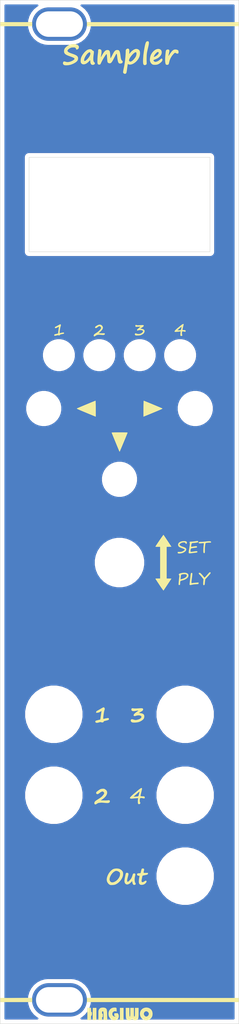
<source format=kicad_pcb>
(kicad_pcb (version 20171130) (host pcbnew "(5.1.10)-1")

  (general
    (thickness 1.6)
    (drawings 8)
    (tracks 0)
    (zones 0)
    (modules 16)
    (nets 1)
  )

  (page A4)
  (layers
    (0 F.Cu signal)
    (31 B.Cu signal)
    (32 B.Adhes user)
    (33 F.Adhes user)
    (34 B.Paste user)
    (35 F.Paste user)
    (36 B.SilkS user)
    (37 F.SilkS user)
    (38 B.Mask user)
    (39 F.Mask user)
    (40 Dwgs.User user)
    (41 Cmts.User user)
    (42 Eco1.User user)
    (43 Eco2.User user)
    (44 Edge.Cuts user)
    (45 Margin user)
    (46 B.CrtYd user)
    (47 F.CrtYd user)
    (48 B.Fab user)
    (49 F.Fab user)
  )

  (setup
    (last_trace_width 0.25)
    (trace_clearance 0.2)
    (zone_clearance 0.508)
    (zone_45_only no)
    (trace_min 0.2)
    (via_size 0.8)
    (via_drill 0.4)
    (via_min_size 0.4)
    (via_min_drill 0.3)
    (uvia_size 0.3)
    (uvia_drill 0.1)
    (uvias_allowed no)
    (uvia_min_size 0.2)
    (uvia_min_drill 0.1)
    (edge_width 0.05)
    (segment_width 0.2)
    (pcb_text_width 0.3)
    (pcb_text_size 1.5 1.5)
    (mod_edge_width 0.12)
    (mod_text_size 1 1)
    (mod_text_width 0.15)
    (pad_size 1.524 1.524)
    (pad_drill 0.762)
    (pad_to_mask_clearance 0)
    (aux_axis_origin 0 0)
    (visible_elements FEFFFF7F)
    (pcbplotparams
      (layerselection 0x010a8_7fffffff)
      (usegerberextensions true)
      (usegerberattributes false)
      (usegerberadvancedattributes true)
      (creategerberjobfile false)
      (excludeedgelayer true)
      (linewidth 0.100000)
      (plotframeref false)
      (viasonmask false)
      (mode 1)
      (useauxorigin false)
      (hpglpennumber 1)
      (hpglpenspeed 20)
      (hpglpendiameter 15.000000)
      (psnegative false)
      (psa4output false)
      (plotreference true)
      (plotvalue true)
      (plotinvisibletext false)
      (padsonsilk false)
      (subtractmaskfromsilk false)
      (outputformat 1)
      (mirror false)
      (drillshape 0)
      (scaleselection 1)
      (outputdirectory "Gerber"))
  )

  (net 0 "")

  (net_class Default "This is the default net class."
    (clearance 0.2)
    (trace_width 0.25)
    (via_dia 0.8)
    (via_drill 0.4)
    (uvia_dia 0.3)
    (uvia_drill 0.1)
  )

  (module Front:Bohrung_6.2mm (layer F.Cu) (tedit 60E3EDE5) (tstamp 61F87195)
    (at 23.255 109.97)
    (fp_text reference "" (at 0 0) (layer F.SilkS)
      (effects (font (size 1.27 1.27) (thickness 0.15)))
    )
    (fp_text value "" (at 0 0) (layer F.SilkS)
      (effects (font (size 1.27 1.27) (thickness 0.15)))
    )
    (pad "" np_thru_hole circle (at 0 0) (size 6.2 6.2) (drill 6.2) (layers *.Cu *.Mask))
  )

  (module Front:Bohrung_6.2mm (layer F.Cu) (tedit 60E3EDE5) (tstamp 61F8718D)
    (at 23.255 99.81)
    (fp_text reference "" (at 0 0) (layer F.SilkS)
      (effects (font (size 1.27 1.27) (thickness 0.15)))
    )
    (fp_text value "" (at 0 0) (layer F.SilkS)
      (effects (font (size 1.27 1.27) (thickness 0.15)))
    )
    (pad "" np_thru_hole circle (at 0 0) (size 6.2 6.2) (drill 6.2) (layers *.Cu *.Mask))
  )

  (module Front:Bohrung_6.2mm (layer F.Cu) (tedit 60E3EDE5) (tstamp 61F87185)
    (at 6.745 99.81)
    (fp_text reference "" (at 0 0) (layer F.SilkS)
      (effects (font (size 1.27 1.27) (thickness 0.15)))
    )
    (fp_text value "" (at 0 0) (layer F.SilkS)
      (effects (font (size 1.27 1.27) (thickness 0.15)))
    )
    (pad "" np_thru_hole circle (at 0 0) (size 6.2 6.2) (drill 6.2) (layers *.Cu *.Mask))
  )

  (module Front:Bohrung_6.2mm (layer F.Cu) (tedit 60E3EDE5) (tstamp 61F8717D)
    (at 23.255 89.65)
    (fp_text reference "" (at 0 0) (layer F.SilkS)
      (effects (font (size 1.27 1.27) (thickness 0.15)))
    )
    (fp_text value "" (at 0 0) (layer F.SilkS)
      (effects (font (size 1.27 1.27) (thickness 0.15)))
    )
    (pad "" np_thru_hole circle (at 0 0) (size 6.2 6.2) (drill 6.2) (layers *.Cu *.Mask))
  )

  (module Front:Bohrung_6.2mm (layer F.Cu) (tedit 60E3EDE5) (tstamp 61F8717B)
    (at 6.745 89.65)
    (fp_text reference "" (at 0 0) (layer F.SilkS)
      (effects (font (size 1.27 1.27) (thickness 0.15)))
    )
    (fp_text value "" (at 0 0) (layer F.SilkS)
      (effects (font (size 1.27 1.27) (thickness 0.15)))
    )
    (pad "" np_thru_hole circle (at 0 0) (size 6.2 6.2) (drill 6.2) (layers *.Cu *.Mask))
  )

  (module Front:Bohrung_5.2mm (layer F.Cu) (tedit 61F6DA42) (tstamp 61F8713C)
    (at 15 70.6)
    (fp_text reference Ref** (at 0 0) (layer F.SilkS)
      (effects (font (size 1.27 1.27) (thickness 0.15)))
    )
    (fp_text value Val** (at 0 0) (layer F.SilkS)
      (effects (font (size 1.27 1.27) (thickness 0.15)))
    )
    (pad "" np_thru_hole circle (at 0 0) (size 5.2 5.2) (drill 5.2) (layers *.Cu *.Mask))
  )

  (module Front:Bohrung_3.4mm (layer F.Cu) (tedit 60E3EDE5) (tstamp 61F870FF)
    (at 15 60.15)
    (fp_text reference "" (at 0 0) (layer F.SilkS)
      (effects (font (size 1.27 1.27) (thickness 0.15)))
    )
    (fp_text value "" (at 0 0) (layer F.SilkS)
      (effects (font (size 1.27 1.27) (thickness 0.15)))
    )
    (pad "" np_thru_hole circle (at 0 0) (size 3.4 3.4) (drill 3.4) (layers *.Cu *.Mask))
  )

  (module Front:Bohrung_3.4mm (layer F.Cu) (tedit 60E3EDE5) (tstamp 61F870EA)
    (at 24.525 51.26)
    (fp_text reference "" (at 0 0) (layer F.SilkS)
      (effects (font (size 1.27 1.27) (thickness 0.15)))
    )
    (fp_text value "" (at 0 0) (layer F.SilkS)
      (effects (font (size 1.27 1.27) (thickness 0.15)))
    )
    (pad "" np_thru_hole circle (at 0 0) (size 3.4 3.4) (drill 3.4) (layers *.Cu *.Mask))
  )

  (module Front:Bohrung_3.4mm locked (layer F.Cu) (tedit 60E3EDE5) (tstamp 61F870C3)
    (at 5.475 51.26)
    (fp_text reference "" (at 0 0) (layer F.SilkS)
      (effects (font (size 1.27 1.27) (thickness 0.15)))
    )
    (fp_text value "" (at 0 0) (layer F.SilkS)
      (effects (font (size 1.27 1.27) (thickness 0.15)))
    )
    (pad "" np_thru_hole circle (at 0 0) (size 3.4 3.4) (drill 3.4) (layers *.Cu *.Mask))
  )

  (module Front:Bohrung_3.0mm (layer F.Cu) (tedit 60E3EDE5) (tstamp 61F8707A)
    (at 22.62 44.565)
    (fp_text reference "" (at 0 0) (layer F.SilkS)
      (effects (font (size 1.27 1.27) (thickness 0.15)))
    )
    (fp_text value "" (at 0 0) (layer F.SilkS)
      (effects (font (size 1.27 1.27) (thickness 0.15)))
    )
    (pad "" np_thru_hole circle (at 0 0) (size 3 3) (drill 3) (layers *.Cu *.Mask))
  )

  (module Front:Bohrung_3.0mm (layer F.Cu) (tedit 60E3EDE5) (tstamp 61F87065)
    (at 17.54 44.565)
    (fp_text reference "" (at 0 0) (layer F.SilkS)
      (effects (font (size 1.27 1.27) (thickness 0.15)))
    )
    (fp_text value "" (at 0 0) (layer F.SilkS)
      (effects (font (size 1.27 1.27) (thickness 0.15)))
    )
    (pad "" np_thru_hole circle (at 0 0) (size 3 3) (drill 3) (layers *.Cu *.Mask))
  )

  (module Front:Bohrung_3.0mm (layer F.Cu) (tedit 60E3EDE5) (tstamp 61F8704F)
    (at 12.46 44.565)
    (fp_text reference "" (at 0 0) (layer F.SilkS)
      (effects (font (size 1.27 1.27) (thickness 0.15)))
    )
    (fp_text value "" (at 0 0) (layer F.SilkS)
      (effects (font (size 1.27 1.27) (thickness 0.15)))
    )
    (pad "" np_thru_hole circle (at 0 0) (size 3 3) (drill 3) (layers *.Cu *.Mask))
  )

  (module Front:Bohrung_3.0mm (layer F.Cu) (tedit 60E3EDE5) (tstamp 61F8702B)
    (at 7.38 44.565)
    (fp_text reference "" (at 0 0) (layer F.SilkS)
      (effects (font (size 1.27 1.27) (thickness 0.15)))
    )
    (fp_text value "" (at 0 0) (layer F.SilkS)
      (effects (font (size 1.27 1.27) (thickness 0.15)))
    )
    (pad "" np_thru_hole circle (at 0 0) (size 3 3) (drill 3) (layers *.Cu *.Mask))
  )

  (module Front:Bohrung_3.2x5.9mm locked (layer F.Cu) (tedit 61F6DA33) (tstamp 61F86FF5)
    (at 7.45 125.5)
    (fp_text reference Ref** (at 0 0) (layer F.SilkS)
      (effects (font (size 1.27 1.27) (thickness 0.15)))
    )
    (fp_text value Val** (at 0 0) (layer F.SilkS)
      (effects (font (size 1.27 1.27) (thickness 0.15)))
    )
    (pad "" np_thru_hole oval (at 0 0) (size 6.9 4.2) (drill oval 5.9 3.2) (layers *.Cu *.Mask))
  )

  (module Front:Bohrung_3.2x5.9mm locked (layer F.Cu) (tedit 61F6DA33) (tstamp 61F86FD2)
    (at 7.45 3)
    (fp_text reference Ref** (at 0 0) (layer F.SilkS)
      (effects (font (size 1.27 1.27) (thickness 0.15)))
    )
    (fp_text value Val** (at 0 0) (layer F.SilkS)
      (effects (font (size 1.27 1.27) (thickness 0.15)))
    )
    (pad "" np_thru_hole oval (at 0 0) (size 6.9 4.2) (drill oval 5.9 3.2) (layers *.Cu *.Mask))
  )

  (module Front:Front locked (layer F.Cu) (tedit 0) (tstamp 61F86D75)
    (at 15 64.25)
    (fp_text reference G*** (at 0 0) (layer F.SilkS) hide
      (effects (font (size 1.524 1.524) (thickness 0.3)))
    )
    (fp_text value LOGO (at 0.75 0) (layer F.SilkS) hide
      (effects (font (size 1.524 1.524) (thickness 0.3)))
    )
    (fp_poly (pts (xy -0.533395 62.223633) (xy -0.447229 62.23467) (xy -0.397487 62.265334) (xy -0.374172 62.324501)
      (xy -0.367291 62.421048) (xy -0.366889 62.488962) (xy -0.366889 62.715897) (xy -0.443974 62.69655)
      (xy -0.505378 62.681711) (xy -0.547042 62.67624) (xy -0.60108 62.676987) (xy -0.630767 62.678214)
      (xy -0.71584 62.706223) (xy -0.807156 62.777511) (xy -0.866016 62.844019) (xy -0.894381 62.906092)
      (xy -0.902857 62.990483) (xy -0.903112 63.019571) (xy -0.89759 63.116264) (xy -0.875074 63.182106)
      (xy -0.82664 63.24211) (xy -0.822061 63.246726) (xy -0.72852 63.31766) (xy -0.631828 63.353577)
      (xy -0.550397 63.348707) (xy -0.510636 63.31927) (xy -0.519943 63.29035) (xy -0.572286 63.274698)
      (xy -0.585612 63.274274) (xy -0.628405 63.271908) (xy -0.65069 63.255897) (xy -0.657797 63.212977)
      (xy -0.655054 63.129888) (xy -0.65366 63.104941) (xy -0.644098 62.935556) (xy -0.46316 62.931323)
      (xy -0.363399 62.928692) (xy -0.284295 62.92607) (xy -0.246945 62.924267) (xy -0.214891 62.945691)
      (xy -0.171849 63.003528) (xy -0.146337 63.048445) (xy -0.094804 63.20301) (xy -0.091142 63.360969)
      (xy -0.131935 63.510478) (xy -0.213769 63.639693) (xy -0.333229 63.736772) (xy -0.346957 63.744176)
      (xy -0.44258 63.7755) (xy -0.571059 63.79448) (xy -0.709905 63.79986) (xy -0.836628 63.790384)
      (xy -0.903112 63.775245) (xy -1.009886 63.718282) (xy -1.122108 63.623565) (xy -1.225669 63.506287)
      (xy -1.30646 63.381642) (xy -1.339669 63.305115) (xy -1.375599 63.136148) (xy -1.381215 62.952852)
      (xy -1.357901 62.775029) (xy -1.307047 62.62248) (xy -1.28955 62.589512) (xy -1.166047 62.424221)
      (xy -1.017519 62.30918) (xy -0.841221 62.242775) (xy -0.665978 62.223346) (xy -0.533395 62.223633)) (layer F.SilkS) (width 0.01))
    (fp_poly (pts (xy 1.242209 62.773278) (xy 1.243655 62.979746) (xy 1.2481 63.135143) (xy 1.256299 63.244801)
      (xy 1.269006 63.31405) (xy 1.286973 63.348218) (xy 1.310956 63.352637) (xy 1.323289 63.346728)
      (xy 1.336033 63.312013) (xy 1.345423 63.22494) (xy 1.351524 63.084336) (xy 1.354402 62.889028)
      (xy 1.354666 62.792779) (xy 1.354666 62.258223) (xy 1.806222 62.258223) (xy 1.806222 62.776878)
      (xy 1.807232 62.973105) (xy 1.810551 63.119281) (xy 1.816611 63.221769) (xy 1.825845 63.286932)
      (xy 1.838685 63.321132) (xy 1.843582 63.32654) (xy 1.877274 63.346348) (xy 1.90307 63.339355)
      (xy 1.921933 63.300445) (xy 1.934823 63.224502) (xy 1.942704 63.106413) (xy 1.946536 62.94106)
      (xy 1.947333 62.774689) (xy 1.947333 62.258223) (xy 2.398888 62.258223) (xy 2.398888 62.851796)
      (xy 2.397727 63.07808) (xy 2.393353 63.255611) (xy 2.384434 63.392049) (xy 2.369638 63.495054)
      (xy 2.347631 63.572286) (xy 2.31708 63.631404) (xy 2.276653 63.680069) (xy 2.250526 63.704454)
      (xy 2.143714 63.774477) (xy 2.018169 63.806475) (xy 1.93844 63.810339) (xy 1.834924 63.795087)
      (xy 1.73372 63.755775) (xy 1.653999 63.701808) (xy 1.61808 63.653159) (xy 1.600236 63.63317)
      (xy 1.566958 63.64716) (xy 1.507777 63.699603) (xy 1.506453 63.700886) (xy 1.440824 63.756246)
      (xy 1.37508 63.785796) (xy 1.284798 63.799064) (xy 1.249147 63.801301) (xy 1.149387 63.801873)
      (xy 1.065783 63.794177) (xy 1.030111 63.785044) (xy 0.930514 63.712331) (xy 0.854768 63.598728)
      (xy 0.820855 63.5) (xy 0.811653 63.432011) (xy 0.803566 63.318866) (xy 0.797085 63.171848)
      (xy 0.792705 63.002242) (xy 0.79092 62.821334) (xy 0.790912 62.815611) (xy 0.790222 62.258223)
      (xy 1.241777 62.258223) (xy 1.242209 62.773278)) (layer F.SilkS) (width 0.01))
    (fp_poly (pts (xy 3.600954 62.247962) (xy 3.738508 62.298862) (xy 3.911163 62.410874) (xy 4.038051 62.555715)
      (xy 4.119341 62.73368) (xy 4.155206 62.945064) (xy 4.157115 63.020223) (xy 4.137835 63.22323)
      (xy 4.079304 63.392652) (xy 3.976727 63.539612) (xy 3.901277 63.613595) (xy 3.749252 63.714074)
      (xy 3.568445 63.781106) (xy 3.376845 63.810702) (xy 3.192438 63.798874) (xy 3.132483 63.784076)
      (xy 2.960244 63.705234) (xy 2.807897 63.585068) (xy 2.687607 63.435562) (xy 2.612444 63.27178)
      (xy 2.573194 63.054112) (xy 2.578684 62.958662) (xy 3.054529 62.958662) (xy 3.062232 63.086388)
      (xy 3.112347 63.192027) (xy 3.207655 63.298303) (xy 3.312679 63.349141) (xy 3.42687 63.344394)
      (xy 3.52242 63.301721) (xy 3.612318 63.218066) (xy 3.671036 63.105632) (xy 3.689001 62.985112)
      (xy 3.684991 62.950356) (xy 3.642924 62.851177) (xy 3.565296 62.76211) (xy 3.46922 62.698715)
      (xy 3.383825 62.676547) (xy 3.257519 62.693998) (xy 3.157872 62.75952) (xy 3.103039 62.831524)
      (xy 3.054529 62.958662) (xy 2.578684 62.958662) (xy 2.585068 62.847691) (xy 2.645473 62.658922)
      (xy 2.751819 62.494211) (xy 2.901512 62.359963) (xy 3.006033 62.29914) (xy 3.195005 62.236195)
      (xy 3.399154 62.219133) (xy 3.600954 62.247962)) (layer F.SilkS) (width 0.01))
    (fp_poly (pts (xy -3.578226 62.519278) (xy -3.573302 62.642627) (xy -3.566096 62.720425) (xy -3.553996 62.763565)
      (xy -3.534388 62.78294) (xy -3.513667 62.788359) (xy -3.484818 62.797401) (xy -3.468878 62.822434)
      (xy -3.463153 62.875764) (xy -3.464953 62.969695) (xy -3.466412 63.004348) (xy -3.473305 63.113903)
      (xy -3.48434 63.179351) (xy -3.503043 63.213027) (xy -3.529912 63.226513) (xy -3.555222 63.238447)
      (xy -3.571222 63.265501) (xy -3.579994 63.318605) (xy -3.583623 63.408692) (xy -3.584223 63.511469)
      (xy -3.584223 63.782223) (xy -4.035778 63.782223) (xy -4.035778 62.258223) (xy -3.586341 62.258223)
      (xy -3.578226 62.519278)) (layer F.SilkS) (width 0.01))
    (fp_poly (pts (xy -2.906889 63.782223) (xy -3.35647 63.782223) (xy -3.364513 63.492945) (xy -3.366817 63.359849)
      (xy -3.367728 63.188848) (xy -3.367254 62.998462) (xy -3.365403 62.807213) (xy -3.364214 62.730945)
      (xy -3.355871 62.258223) (xy -2.906889 62.258223) (xy -2.906889 63.782223)) (layer F.SilkS) (width 0.01))
    (fp_poly (pts (xy -1.894757 62.237212) (xy -1.770524 62.277542) (xy -1.741835 62.293919) (xy -1.68945 62.334014)
      (xy -1.648428 62.382336) (xy -1.617249 62.446074) (xy -1.594395 62.532419) (xy -1.578347 62.648561)
      (xy -1.567587 62.801691) (xy -1.560594 62.998997) (xy -1.557109 63.168389) (xy -1.546695 63.782223)
      (xy -2.003778 63.782223) (xy -2.003778 63.286478) (xy -2.00515 63.083407) (xy -2.010065 62.930177)
      (xy -2.019725 62.820235) (xy -2.035331 62.747028) (xy -2.058084 62.704001) (xy -2.089185 62.684601)
      (xy -2.114641 62.681556) (xy -2.162987 62.698503) (xy -2.190744 62.754213) (xy -2.201078 62.855989)
      (xy -2.201334 62.88142) (xy -2.196387 62.95435) (xy -2.176493 62.986168) (xy -2.144889 62.992)
      (xy -2.11603 62.997) (xy -2.099097 63.019796) (xy -2.090971 63.072085) (xy -2.088533 63.165566)
      (xy -2.088445 63.203667) (xy -2.089778 63.311889) (xy -2.095857 63.375388) (xy -2.109801 63.40586)
      (xy -2.134729 63.415002) (xy -2.144889 63.415334) (xy -2.175436 63.421051) (xy -2.192467 63.446518)
      (xy -2.199819 63.504207) (xy -2.201334 63.598778) (xy -2.201334 63.782223) (xy -2.652889 63.782223)
      (xy -2.652889 63.195536) (xy -2.652556 62.997439) (xy -2.651033 62.846996) (xy -2.647535 62.735416)
      (xy -2.641277 62.653909) (xy -2.631474 62.593687) (xy -2.61734 62.545959) (xy -2.598092 62.501935)
      (xy -2.589389 62.484577) (xy -2.536457 62.398919) (xy -2.477357 62.328461) (xy -2.455334 62.309531)
      (xy -2.344514 62.257256) (xy -2.201187 62.227494) (xy -2.04479 62.220671) (xy -1.894757 62.237212)) (layer F.SilkS) (width 0.01))
    (fp_poly (pts (xy 0.508 63.782223) (xy 0.056444 63.782223) (xy 0.056444 62.258223) (xy 0.508 62.258223)
      (xy 0.508 63.782223)) (layer F.SilkS) (width 0.01))
    (fp_poly (pts (xy -10.978441 61.263389) (xy -10.978445 61.524445) (xy -14.986 61.524445) (xy -14.986 61.017189)
      (xy -12.982219 61.009762) (xy -10.978438 61.002334) (xy -10.978441 61.263389)) (layer F.SilkS) (width 0.01))
    (fp_poly (pts (xy 5.460999 61.009471) (xy 15.014222 61.016609) (xy 15.014222 61.524445) (xy -4.092223 61.524445)
      (xy -4.092223 61.002334) (xy 5.460999 61.009471)) (layer F.SilkS) (width 0.01))
    (fp_poly (pts (xy -0.104403 44.785796) (xy -0.048242 44.799846) (xy 0.093709 44.860441) (xy 0.226526 44.951593)
      (xy 0.336547 45.061161) (xy 0.41011 45.177005) (xy 0.425954 45.221216) (xy 0.454013 45.429703)
      (xy 0.431767 45.648872) (xy 0.362546 45.871809) (xy 0.249674 46.091597) (xy 0.09648 46.30132)
      (xy -0.09371 46.49406) (xy -0.24329 46.612478) (xy -0.350028 46.681703) (xy -0.45916 46.741327)
      (xy -0.547969 46.779001) (xy -0.551847 46.780201) (xy -0.672989 46.807593) (xy -0.815397 46.826297)
      (xy -0.960021 46.835143) (xy -1.087809 46.832963) (xy -1.179367 46.818695) (xy -1.254504 46.781501)
      (xy -1.339712 46.719424) (xy -1.377859 46.684586) (xy -1.503367 46.527149) (xy -1.579469 46.353618)
      (xy -1.606281 46.161416) (xy -1.605188 46.150974) (xy -1.256459 46.150974) (xy -1.241984 46.238443)
      (xy -1.178316 46.373879) (xy -1.083837 46.462983) (xy -0.960997 46.505028) (xy -0.81225 46.499284)
      (xy -0.640044 46.445022) (xy -0.60316 46.428358) (xy -0.417074 46.313593) (xy -0.243955 46.156504)
      (xy -0.09777 45.971203) (xy -0.024512 45.843741) (xy 0.029628 45.72262) (xy 0.058691 45.621627)
      (xy 0.069426 45.514277) (xy 0.070098 45.472474) (xy 0.068171 45.371886) (xy 0.056693 45.307308)
      (xy 0.028074 45.258344) (xy -0.025275 45.204594) (xy -0.031808 45.198587) (xy -0.166065 45.110415)
      (xy -0.29121 45.069569) (xy -0.382129 45.051699) (xy -0.447826 45.050341) (xy -0.513255 45.068784)
      (xy -0.603367 45.110317) (xy -0.604473 45.110858) (xy -0.749213 45.203796) (xy -0.8864 45.332347)
      (xy -1.010247 45.486273) (xy -1.114964 45.655337) (xy -1.194764 45.8293) (xy -1.243859 45.997925)
      (xy -1.256459 46.150974) (xy -1.605188 46.150974) (xy -1.58392 45.947963) (xy -1.512503 45.710682)
      (xy -1.430474 45.523022) (xy -1.321292 45.335325) (xy -1.184993 45.157847) (xy -1.033324 45.003341)
      (xy -0.878036 44.88456) (xy -0.804334 44.843336) (xy -0.655041 44.793186) (xy -0.474653 44.766076)
      (xy -0.284122 44.763211) (xy -0.104403 44.785796)) (layer F.SilkS) (width 0.01))
    (fp_poly (pts (xy 1.042108 45.319636) (xy 1.082181 45.348278) (xy 1.109303 45.384075) (xy 1.123189 45.424643)
      (xy 1.123171 45.48086) (xy 1.108581 45.563601) (xy 1.078751 45.683743) (xy 1.056496 45.76644)
      (xy 1.001328 45.981243) (xy 0.966727 46.148009) (xy 0.95263 46.271244) (xy 0.958975 46.355452)
      (xy 0.985702 46.405136) (xy 1.032747 46.424802) (xy 1.047472 46.425556) (xy 1.100979 46.404192)
      (xy 1.176623 46.347123) (xy 1.26417 46.264882) (xy 1.353385 46.168001) (xy 1.434033 46.067013)
      (xy 1.49588 45.972452) (xy 1.505765 45.953916) (xy 1.556479 45.839989) (xy 1.604589 45.709746)
      (xy 1.624842 45.644124) (xy 1.665377 45.516634) (xy 1.705207 45.436152) (xy 1.750124 45.393618)
      (xy 1.793184 45.380871) (xy 1.899202 45.382336) (xy 1.964743 45.416774) (xy 1.991825 45.487731)
      (xy 1.982463 45.598752) (xy 1.962443 45.678407) (xy 1.915183 45.888436) (xy 1.894166 46.09463)
      (xy 1.899098 46.285272) (xy 1.929684 46.448647) (xy 1.984887 46.571938) (xy 2.031217 46.662828)
      (xy 2.028871 46.729955) (xy 1.977123 46.779329) (xy 1.958804 46.788512) (xy 1.851966 46.818484)
      (xy 1.765591 46.798854) (xy 1.723388 46.766055) (xy 1.672705 46.688473) (xy 1.63254 46.578191)
      (xy 1.610698 46.45889) (xy 1.608824 46.4185) (xy 1.603619 46.362128) (xy 1.592476 46.340889)
      (xy 1.56708 46.360249) (xy 1.514525 46.411499) (xy 1.445214 46.484395) (xy 1.430327 46.500593)
      (xy 1.287402 46.63288) (xy 1.144029 46.720522) (xy 1.006052 46.761711) (xy 0.879311 46.754636)
      (xy 0.776497 46.70304) (xy 0.685985 46.596226) (xy 0.634839 46.449548) (xy 0.623166 46.263696)
      (xy 0.651071 46.039356) (xy 0.665007 45.974) (xy 0.693284 45.845068) (xy 0.723877 45.696763)
      (xy 0.745519 45.585592) (xy 0.768965 45.479181) (xy 0.794636 45.391575) (xy 0.81726 45.340563)
      (xy 0.818737 45.338648) (xy 0.878597 45.304871) (xy 0.961558 45.298845) (xy 1.042108 45.319636)) (layer F.SilkS) (width 0.01))
    (fp_poly (pts (xy 3.025909 44.772793) (xy 3.076261 44.813842) (xy 3.092712 44.8896) (xy 3.077751 45.006076)
      (xy 3.064245 45.06265) (xy 3.03526 45.175502) (xy 3.023915 45.248407) (xy 3.038148 45.289963)
      (xy 3.085894 45.308772) (xy 3.175089 45.313434) (xy 3.294944 45.312657) (xy 3.570111 45.310778)
      (xy 3.57887 45.386622) (xy 3.574347 45.442266) (xy 3.541802 45.486756) (xy 3.474394 45.523655)
      (xy 3.365284 45.556527) (xy 3.20763 45.588936) (xy 3.181612 45.593583) (xy 3.063421 45.616302)
      (xy 2.967603 45.638275) (xy 2.906826 45.656398) (xy 2.892207 45.664479) (xy 2.877822 45.706934)
      (xy 2.857557 45.790539) (xy 2.834212 45.900672) (xy 2.810591 46.02271) (xy 2.789496 46.14203)
      (xy 2.773728 46.24401) (xy 2.76609 46.314028) (xy 2.765777 46.32424) (xy 2.783836 46.41906)
      (xy 2.835259 46.471) (xy 2.915919 46.479374) (xy 3.021688 46.443497) (xy 3.120553 46.383223)
      (xy 3.225689 46.316118) (xy 3.301004 46.288241) (xy 3.355166 46.297537) (xy 3.382029 46.321191)
      (xy 3.400652 46.384192) (xy 3.377658 46.465854) (xy 3.319993 46.556067) (xy 3.2346 46.644718)
      (xy 3.128424 46.721697) (xy 3.093787 46.740884) (xy 2.964706 46.788015) (xy 2.822012 46.809809)
      (xy 2.687879 46.804442) (xy 2.605326 46.781085) (xy 2.528597 46.726915) (xy 2.47127 46.654865)
      (xy 2.440989 46.553204) (xy 2.429533 46.409011) (xy 2.436762 46.232917) (xy 2.462534 46.035553)
      (xy 2.480786 45.939545) (xy 2.502089 45.828585) (xy 2.515545 45.739986) (xy 2.519289 45.687092)
      (xy 2.517304 45.67849) (xy 2.481911 45.668824) (xy 2.41319 45.66377) (xy 2.394835 45.663556)
      (xy 2.297566 45.641661) (xy 2.231477 45.583529) (xy 2.206539 45.500494) (xy 2.211967 45.455696)
      (xy 2.244216 45.404485) (xy 2.314521 45.371865) (xy 2.429304 45.355743) (xy 2.526258 45.353111)
      (xy 2.646572 45.353111) (xy 2.710111 45.092056) (xy 2.740611 44.974671) (xy 2.769692 44.876446)
      (xy 2.792976 44.8116) (xy 2.801392 44.795723) (xy 2.845704 44.77288) (xy 2.920288 44.760946)
      (xy 2.939171 44.760445) (xy 3.025909 44.772793)) (layer F.SilkS) (width 0.01))
    (fp_poly (pts (xy -1.956935 34.754086) (xy -1.883588 34.779819) (xy -1.834445 34.804654) (xy -1.692857 34.906081)
      (xy -1.600696 35.028479) (xy -1.556859 35.167666) (xy -1.560239 35.319463) (xy -1.609733 35.479692)
      (xy -1.704235 35.644172) (xy -1.842642 35.808723) (xy -2.023848 35.969167) (xy -2.169677 36.072958)
      (xy -2.377909 36.209111) (xy -2.056788 36.215318) (xy -1.862981 36.218221) (xy -1.713492 36.218167)
      (xy -1.59625 36.214769) (xy -1.499188 36.20764) (xy -1.410237 36.196393) (xy -1.395427 36.194103)
      (xy -1.296028 36.192758) (xy -1.237698 36.229212) (xy -1.216844 36.30674) (xy -1.218686 36.355434)
      (xy -1.237699 36.427727) (xy -1.288294 36.47835) (xy -1.326445 36.500302) (xy -1.374376 36.520568)
      (xy -1.431625 36.533535) (xy -1.506447 36.539165) (xy -1.607095 36.537418) (xy -1.741824 36.528257)
      (xy -1.918888 36.511642) (xy -2.060223 36.496867) (xy -2.199367 36.488878) (xy -2.351467 36.491201)
      (xy -2.499095 36.502518) (xy -2.624825 36.52151) (xy -2.709334 36.545997) (xy -2.778865 36.583608)
      (xy -2.860349 36.636268) (xy -2.875785 36.647276) (xy -2.966907 36.701483) (xy -3.041211 36.712938)
      (xy -3.1115 36.686629) (xy -3.15001 36.634568) (xy -3.160889 36.548541) (xy -3.141203 36.44273)
      (xy -3.078873 36.34368) (xy -2.968992 36.245132) (xy -2.871539 36.179491) (xy -2.671033 36.053782)
      (xy -2.512707 35.951166) (xy -2.389691 35.866809) (xy -2.295113 35.79588) (xy -2.222102 35.733545)
      (xy -2.18252 35.694898) (xy -2.072143 35.570503) (xy -1.987269 35.453907) (xy -1.934291 35.354893)
      (xy -1.919112 35.291799) (xy -1.942674 35.220733) (xy -2.000846 35.149666) (xy -2.074852 35.096934)
      (xy -2.135751 35.080223) (xy -2.234881 35.101946) (xy -2.356891 35.163232) (xy -2.491102 35.258259)
      (xy -2.544331 35.303104) (xy -2.658722 35.384483) (xy -2.761324 35.421031) (xy -2.845662 35.413797)
      (xy -2.90526 35.363831) (xy -2.933641 35.272182) (xy -2.935112 35.239799) (xy -2.923596 35.195397)
      (xy -2.884061 35.143893) (xy -2.809019 35.07711) (xy -2.7305 35.01625) (xy -2.590428 34.91436)
      (xy -2.479254 34.843413) (xy -2.383381 34.797204) (xy -2.289212 34.769529) (xy -2.183148 34.754183)
      (xy -2.149828 34.751278) (xy -2.037631 34.745935) (xy -1.956935 34.754086)) (layer F.SilkS) (width 0.01))
    (fp_poly (pts (xy 2.788043 34.661644) (xy 2.813248 34.678097) (xy 2.82487 34.713836) (xy 2.822716 34.776014)
      (xy 2.806594 34.871786) (xy 2.776308 35.008307) (xy 2.735375 35.177653) (xy 2.692589 35.355219)
      (xy 2.663563 35.485549) (xy 2.647165 35.575847) (xy 2.642263 35.63332) (xy 2.647722 35.665176)
      (xy 2.657019 35.676039) (xy 2.703158 35.688323) (xy 2.78753 35.697324) (xy 2.891939 35.701108)
      (xy 2.892777 35.701111) (xy 3.014236 35.704186) (xy 3.091123 35.715599) (xy 3.135226 35.740569)
      (xy 3.15833 35.784318) (xy 3.167184 35.822649) (xy 3.169524 35.903337) (xy 3.136699 35.94783)
      (xy 3.064392 35.958369) (xy 2.948285 35.937196) (xy 2.94718 35.936908) (xy 2.78518 35.905462)
      (xy 2.665962 35.906561) (xy 2.590871 35.940042) (xy 2.565094 35.983334) (xy 2.54679 36.08695)
      (xy 2.541036 36.205584) (xy 2.546968 36.321271) (xy 2.563725 36.416045) (xy 2.588452 36.469873)
      (xy 2.619603 36.513641) (xy 2.616309 36.555918) (xy 2.594618 36.599096) (xy 2.531188 36.663523)
      (xy 2.448391 36.684083) (xy 2.365203 36.656306) (xy 2.361863 36.653927) (xy 2.330158 36.600143)
      (xy 2.311204 36.50013) (xy 2.305563 36.362774) (xy 2.313794 36.196958) (xy 2.325959 36.084922)
      (xy 2.347566 35.918399) (xy 2.069838 35.937887) (xy 1.924404 35.94905) (xy 1.776104 35.962011)
      (xy 1.649844 35.974545) (xy 1.613091 35.978701) (xy 1.463144 35.985359) (xy 1.361513 35.963934)
      (xy 1.30855 35.914511) (xy 1.305246 35.905997) (xy 1.31853 35.865839) (xy 1.369907 35.796736)
      (xy 1.431986 35.728341) (xy 1.778 35.728341) (xy 1.803638 35.736474) (xy 1.870857 35.739287)
      (xy 1.965112 35.737459) (xy 2.071859 35.731666) (xy 2.176554 35.722586) (xy 2.264651 35.710895)
      (xy 2.298688 35.704101) (xy 2.338979 35.690796) (xy 2.368239 35.666275) (xy 2.392591 35.619222)
      (xy 2.418156 35.538325) (xy 2.446159 35.431575) (xy 2.480642 35.292736) (xy 2.501151 35.199641)
      (xy 2.508837 35.143655) (xy 2.50485 35.116141) (xy 2.490341 35.108463) (xy 2.489194 35.108445)
      (xy 2.461198 35.126554) (xy 2.400301 35.176171) (xy 2.31481 35.250228) (xy 2.213031 35.34166)
      (xy 2.186491 35.365967) (xy 2.077189 35.465219) (xy 1.977551 35.553446) (xy 1.89754 35.621978)
      (xy 1.847122 35.662146) (xy 1.842186 35.665546) (xy 1.794782 35.703399) (xy 1.778 35.728341)
      (xy 1.431986 35.728341) (xy 1.453289 35.704871) (xy 1.562588 35.596429) (xy 1.691716 35.477593)
      (xy 1.834585 35.354547) (xy 1.905 35.296817) (xy 2.027392 35.197251) (xy 2.147898 35.097704)
      (xy 2.25209 35.010181) (xy 2.321635 34.950156) (xy 2.419762 34.868191) (xy 2.523275 34.789809)
      (xy 2.620307 34.723133) (xy 2.698992 34.676285) (xy 2.747463 34.657387) (xy 2.749449 34.657321)
      (xy 2.788043 34.661644)) (layer F.SilkS) (width 0.01))
    (fp_poly (pts (xy -1.935474 24.549971) (xy -1.885948 24.613978) (xy -1.860397 24.701276) (xy -1.864474 24.796009)
      (xy -1.885906 24.854466) (xy -1.90944 24.918514) (xy -1.934906 25.021116) (xy -1.960884 25.151813)
      (xy -1.985953 25.300148) (xy -2.008694 25.455665) (xy -2.027686 25.607907) (xy -2.041512 25.746416)
      (xy -2.048749 25.860735) (xy -2.047979 25.940407) (xy -2.038023 25.974834) (xy -1.997824 25.976568)
      (xy -1.923002 25.963255) (xy -1.859094 25.946286) (xy -1.738199 25.915778) (xy -1.603145 25.889788)
      (xy -1.542614 25.881096) (xy -1.449813 25.871561) (xy -1.397353 25.874008) (xy -1.369695 25.892467)
      (xy -1.351395 25.930718) (xy -1.332432 25.990554) (xy -1.331425 26.037215) (xy -1.354823 26.074938)
      (xy -1.409073 26.107962) (xy -1.500626 26.140526) (xy -1.635929 26.176868) (xy -1.777854 26.211003)
      (xy -1.890879 26.240606) (xy -1.958689 26.267309) (xy -1.991946 26.296213) (xy -1.999841 26.317223)
      (xy -2.02313 26.373859) (xy -2.042321 26.394401) (xy -2.102395 26.411374) (xy -2.189965 26.414527)
      (xy -2.27803 26.404744) (xy -2.336769 26.384773) (xy -2.379595 26.371588) (xy -2.445661 26.377318)
      (xy -2.54774 26.403451) (xy -2.579248 26.412995) (xy -2.728484 26.453672) (xy -2.838541 26.469233)
      (xy -2.920688 26.459892) (xy -2.986189 26.42586) (xy -2.992684 26.420762) (xy -3.038604 26.365248)
      (xy -3.038806 26.298566) (xy -3.038388 26.296875) (xy -3.025558 26.258223) (xy -3.003162 26.228754)
      (xy -2.961646 26.203974) (xy -2.891459 26.179389) (xy -2.78305 26.150504) (xy -2.668006 26.122623)
      (xy -2.415012 26.062263) (xy -2.354985 25.639409) (xy -2.332132 25.480317) (xy -2.310217 25.331145)
      (xy -2.291276 25.20552) (xy -2.277346 25.11707) (xy -2.273836 25.096308) (xy -2.252714 24.97606)
      (xy -2.428317 25.080666) (xy -2.552891 25.14654) (xy -2.663305 25.182738) (xy -2.771568 25.197399)
      (xy -2.939216 25.209526) (xy -2.930108 25.114263) (xy -2.9187 25.057357) (xy -2.889114 25.014503)
      (xy -2.828667 24.972076) (xy -2.765778 24.937728) (xy -2.675406 24.888663) (xy -2.554679 24.820737)
      (xy -2.421614 24.744172) (xy -2.33056 24.690784) (xy -2.215079 24.624782) (xy -2.113945 24.571259)
      (xy -2.038831 24.536125) (xy -2.003323 24.525111) (xy -1.935474 24.549971)) (layer F.SilkS) (width 0.01))
    (fp_poly (pts (xy 2.85641 24.651899) (xy 2.915998 24.671907) (xy 2.948696 24.70549) (xy 2.961814 24.754556)
      (xy 2.963333 24.789841) (xy 2.958331 24.845496) (xy 2.938103 24.893096) (xy 2.894818 24.940195)
      (xy 2.820642 24.994346) (xy 2.707743 25.063102) (xy 2.638901 25.10271) (xy 2.531333 25.166175)
      (xy 2.474297 25.208769) (xy 2.468235 25.235638) (xy 2.513587 25.251928) (xy 2.610794 25.262783)
      (xy 2.652888 25.265946) (xy 2.817252 25.294266) (xy 2.953489 25.350767) (xy 3.049988 25.430244)
      (xy 3.064954 25.450634) (xy 3.104979 25.555379) (xy 3.114833 25.68647) (xy 3.095695 25.823317)
      (xy 3.048742 25.945326) (xy 3.035422 25.967189) (xy 2.946575 26.067594) (xy 2.816966 26.170029)
      (xy 2.661058 26.264849) (xy 2.493312 26.342411) (xy 2.447509 26.359266) (xy 2.324452 26.390979)
      (xy 2.169617 26.415226) (xy 2.00104 26.43076) (xy 1.836758 26.436331) (xy 1.694806 26.430694)
      (xy 1.609345 26.41725) (xy 1.512672 26.37142) (xy 1.444544 26.298399) (xy 1.410886 26.211737)
      (xy 1.417621 26.124986) (xy 1.45546 26.065238) (xy 1.501419 26.033938) (xy 1.563056 26.024107)
      (xy 1.651665 26.036197) (xy 1.778543 26.070659) (xy 1.806222 26.079243) (xy 1.916445 26.110395)
      (xy 2.002643 26.122462) (xy 2.093143 26.117449) (xy 2.172345 26.105179) (xy 2.363516 26.059314)
      (xy 2.524882 25.995232) (xy 2.649971 25.917086) (xy 2.732308 25.829032) (xy 2.765418 25.735222)
      (xy 2.765777 25.724439) (xy 2.74045 25.644938) (xy 2.670545 25.584364) (xy 2.565178 25.544236)
      (xy 2.433465 25.526076) (xy 2.284522 25.531402) (xy 2.127465 25.561736) (xy 2.01581 25.599374)
      (xy 1.930211 25.618768) (xy 1.853532 25.615438) (xy 1.798683 25.590247) (xy 1.779219 25.539592)
      (xy 1.778 25.509091) (xy 1.796197 25.438524) (xy 1.853106 25.357251) (xy 1.952204 25.26173)
      (xy 2.096967 25.148421) (xy 2.211627 25.067373) (xy 2.30014 25.002509) (xy 2.353922 24.954319)
      (xy 2.367097 24.928326) (xy 2.362363 24.925703) (xy 2.315863 24.92674) (xy 2.230238 24.937115)
      (xy 2.12164 24.954754) (xy 2.087895 24.960981) (xy 1.909074 24.990727) (xy 1.774688 25.002687)
      (xy 1.675675 24.997073) (xy 1.602972 24.9741) (xy 1.599755 24.972442) (xy 1.532191 24.924635)
      (xy 1.50196 24.861598) (xy 1.496209 24.789623) (xy 1.511623 24.701718) (xy 1.561799 24.65467)
      (xy 1.651033 24.645595) (xy 1.700658 24.652315) (xy 1.778494 24.66443) (xy 1.859328 24.671878)
      (xy 1.953613 24.674688) (xy 2.071805 24.672887) (xy 2.224358 24.666503) (xy 2.421724 24.655564)
      (xy 2.443212 24.654287) (xy 2.627327 24.644995) (xy 2.762623 24.643564) (xy 2.85641 24.651899)) (layer F.SilkS) (width 0.01))
    (fp_poly (pts (xy 5.551594 2.897278) (xy 5.599429 2.967199) (xy 5.670487 3.072404) (xy 5.760807 3.206997)
      (xy 5.866427 3.365085) (xy 5.983386 3.540772) (xy 6.040356 3.626556) (xy 6.527294 4.360334)
      (xy 5.926666 4.376354) (xy 5.926666 8.351868) (xy 6.22698 8.359879) (xy 6.527294 8.367889)
      (xy 6.040356 9.101667) (xy 5.919484 9.283513) (xy 5.808115 9.450494) (xy 5.710208 9.596713)
      (xy 5.629727 9.716276) (xy 5.570633 9.803289) (xy 5.536886 9.851857) (xy 5.530944 9.859688)
      (xy 5.510393 9.843178) (xy 5.462829 9.78491) (xy 5.392188 9.690331) (xy 5.302404 9.564887)
      (xy 5.197412 9.414024) (xy 5.081146 9.24319) (xy 5.023996 9.157953) (xy 4.903317 8.976595)
      (xy 4.792643 8.809276) (xy 4.695924 8.662045) (xy 4.617109 8.540951) (xy 4.560148 8.452045)
      (xy 4.528991 8.401378) (xy 4.52452 8.392876) (xy 4.527424 8.375119) (xy 4.557898 8.363488)
      (xy 4.624176 8.35685) (xy 4.734497 8.354073) (xy 4.808869 8.353778) (xy 5.108222 8.353778)
      (xy 5.108222 4.374445) (xy 4.808869 4.374445) (xy 4.673399 4.373175) (xy 4.586096 4.368612)
      (xy 4.538723 4.359623) (xy 4.523042 4.345075) (xy 4.52452 4.335346) (xy 4.548471 4.290314)
      (xy 4.598196 4.209359) (xy 4.669084 4.099199) (xy 4.756524 3.966555) (xy 4.855905 3.818147)
      (xy 4.962617 3.660695) (xy 5.072049 3.500917) (xy 5.17959 3.345534) (xy 5.28063 3.201266)
      (xy 5.370559 3.074832) (xy 5.444765 2.972952) (xy 5.498638 2.902346) (xy 5.527568 2.869733)
      (xy 5.530944 2.868535) (xy 5.551594 2.897278)) (layer F.SilkS) (width 0.01))
    (fp_poly (pts (xy 11.42864 7.579745) (xy 11.454819 7.624134) (xy 11.443446 7.697094) (xy 11.436296 7.713522)
      (xy 11.407492 7.75473) (xy 11.347134 7.828219) (xy 11.262612 7.925413) (xy 11.161314 8.037736)
      (xy 11.097337 8.106916) (xy 10.787725 8.43861) (xy 10.756085 8.651347) (xy 10.740352 8.768764)
      (xy 10.7289 8.876375) (xy 10.724084 8.951852) (xy 10.724059 8.954653) (xy 10.711277 9.074573)
      (xy 10.676776 9.154616) (xy 10.624559 9.189604) (xy 10.55863 9.174355) (xy 10.555646 9.172553)
      (xy 10.533609 9.138615) (xy 10.522058 9.067166) (xy 10.520807 8.953057) (xy 10.529667 8.791139)
      (xy 10.538008 8.688615) (xy 10.559396 8.444896) (xy 10.371054 8.200898) (xy 10.281025 8.089377)
      (xy 10.190062 7.985304) (xy 10.111104 7.903094) (xy 10.072578 7.868393) (xy 9.997037 7.791494)
      (xy 9.963474 7.720602) (xy 9.973831 7.664263) (xy 10.019316 7.633976) (xy 10.08689 7.634773)
      (xy 10.169941 7.677354) (xy 10.271472 7.764072) (xy 10.394488 7.897284) (xy 10.467968 7.985739)
      (xy 10.550948 8.086137) (xy 10.622033 8.167944) (xy 10.673387 8.222418) (xy 10.696691 8.240889)
      (xy 10.722666 8.220705) (xy 10.778525 8.165126) (xy 10.857419 8.081612) (xy 10.952498 7.977626)
      (xy 11.056913 7.860628) (xy 11.163815 7.738078) (xy 11.236953 7.652399) (xy 11.30849 7.590438)
      (xy 11.376124 7.567367) (xy 11.42864 7.579745)) (layer F.SilkS) (width 0.01))
    (fp_poly (pts (xy 8.308499 7.638911) (xy 8.457006 7.678447) (xy 8.568527 7.744792) (xy 8.639359 7.836233)
      (xy 8.6658 7.951059) (xy 8.644145 8.087559) (xy 8.626092 8.136403) (xy 8.548091 8.256116)
      (xy 8.421194 8.367735) (xy 8.252838 8.466691) (xy 8.050463 8.548413) (xy 7.877432 8.596422)
      (xy 7.776907 8.624737) (xy 7.696493 8.65719) (xy 7.655277 8.685236) (xy 7.636368 8.737324)
      (xy 7.623592 8.825074) (xy 7.62 8.907197) (xy 7.617353 9.007643) (xy 7.610487 9.089281)
      (xy 7.602869 9.127581) (xy 7.563994 9.163092) (xy 7.503694 9.170183) (xy 7.449045 9.149309)
      (xy 7.430657 9.124695) (xy 7.428665 9.085271) (xy 7.432174 9.00077) (xy 7.440184 8.882185)
      (xy 7.451698 8.740508) (xy 7.465718 8.586733) (xy 7.478192 8.462328) (xy 7.669052 8.462328)
      (xy 7.778581 8.437619) (xy 7.877148 8.411677) (xy 7.986839 8.377711) (xy 8.014186 8.368322)
      (xy 8.184547 8.295166) (xy 8.318197 8.211438) (xy 8.411561 8.121789) (xy 8.461065 8.030866)
      (xy 8.463133 7.943319) (xy 8.414192 7.863798) (xy 8.407179 7.857208) (xy 8.339495 7.825311)
      (xy 8.233144 7.807653) (xy 8.104201 7.804711) (xy 7.968742 7.816961) (xy 7.856331 7.840854)
      (xy 7.801462 7.858753) (xy 7.762923 7.882089) (xy 7.736624 7.920796) (xy 7.718473 7.984809)
      (xy 7.704377 8.084063) (xy 7.690245 8.228493) (xy 7.688426 8.248522) (xy 7.669052 8.462328)
      (xy 7.478192 8.462328) (xy 7.481248 8.431851) (xy 7.497288 8.286855) (xy 7.512842 8.162738)
      (xy 7.525722 8.07726) (xy 7.519457 8.008338) (xy 7.488872 7.9311) (xy 7.487312 7.928417)
      (xy 7.457651 7.855488) (xy 7.469428 7.798503) (xy 7.527182 7.751988) (xy 7.635452 7.710468)
      (xy 7.6781 7.698266) (xy 7.915344 7.647109) (xy 8.126711 7.627894) (xy 8.308499 7.638911)) (layer F.SilkS) (width 0.01))
    (fp_poly (pts (xy 9.082398 7.653587) (xy 9.129068 7.664029) (xy 9.150696 7.691886) (xy 9.156099 7.75348)
      (xy 9.155729 7.789334) (xy 9.151104 7.859711) (xy 9.139825 7.973607) (xy 9.123277 8.118672)
      (xy 9.102848 8.282554) (xy 9.086776 8.403358) (xy 9.06246 8.59393) (xy 9.046865 8.744712)
      (xy 9.040357 8.85102) (xy 9.043301 8.908171) (xy 9.046824 8.915886) (xy 9.089126 8.926872)
      (xy 9.167174 8.925111) (xy 9.214555 8.919178) (xy 9.305495 8.907461) (xy 9.431981 8.894518)
      (xy 9.573209 8.882383) (xy 9.644944 8.87711) (xy 9.934222 8.857254) (xy 9.934222 8.942517)
      (xy 9.927144 9.007513) (xy 9.910512 9.042434) (xy 9.87413 9.049534) (xy 9.793968 9.057423)
      (xy 9.682659 9.06504) (xy 9.5789 9.070259) (xy 9.435071 9.080018) (xy 9.296003 9.09568)
      (xy 9.181293 9.114744) (xy 9.129888 9.127521) (xy 8.991553 9.162105) (xy 8.889211 9.169251)
      (xy 8.828308 9.148888) (xy 8.816202 9.131618) (xy 8.814344 9.091022) (xy 8.819205 9.00484)
      (xy 8.829914 8.883416) (xy 8.845599 8.737095) (xy 8.858409 8.630673) (xy 8.879865 8.455793)
      (xy 8.900319 8.281955) (xy 8.917965 8.125013) (xy 8.930995 8.000821) (xy 8.934977 7.958667)
      (xy 8.950642 7.818607) (xy 8.970713 7.726638) (xy 8.999226 7.674406) (xy 9.040219 7.653558)
      (xy 9.082398 7.653587)) (layer F.SilkS) (width 0.01))
    (fp_poly (pts (xy 8.248536 3.663529) (xy 8.361494 3.688334) (xy 8.431204 3.734371) (xy 8.463143 3.804383)
      (xy 8.466666 3.84734) (xy 8.453225 3.930799) (xy 8.420105 3.986297) (xy 8.378112 4.007569)
      (xy 8.338051 3.988351) (xy 8.313715 3.936002) (xy 8.268735 3.862961) (xy 8.18154 3.822111)
      (xy 8.056836 3.81427) (xy 7.89933 3.840254) (xy 7.846256 3.854806) (xy 7.744545 3.896346)
      (xy 7.650053 3.954109) (xy 7.57661 4.017534) (xy 7.538048 4.076061) (xy 7.535333 4.092223)
      (xy 7.561669 4.152991) (xy 7.635242 4.219111) (xy 7.747894 4.285082) (xy 7.891468 4.345407)
      (xy 7.93077 4.358808) (xy 8.053736 4.402621) (xy 8.16873 4.449966) (xy 8.255563 4.492358)
      (xy 8.272487 4.502444) (xy 8.359269 4.582992) (xy 8.3953 4.676126) (xy 8.383373 4.77657)
      (xy 8.326282 4.87905) (xy 8.226821 4.978291) (xy 8.087782 5.069019) (xy 7.936394 5.137074)
      (xy 7.807838 5.175089) (xy 7.667722 5.200489) (xy 7.533662 5.211529) (xy 7.423274 5.206462)
      (xy 7.37116 5.193114) (xy 7.322382 5.155637) (xy 7.31424 5.091679) (xy 7.314716 5.087264)
      (xy 7.321701 5.046068) (xy 7.339457 5.023579) (xy 7.381151 5.015274) (xy 7.459947 5.016632)
      (xy 7.512643 5.019274) (xy 7.718295 5.011072) (xy 7.842216 4.982405) (xy 7.934439 4.944394)
      (xy 8.031218 4.892965) (xy 8.118897 4.836936) (xy 8.183822 4.785125) (xy 8.212338 4.746352)
      (xy 8.212666 4.743172) (xy 8.184879 4.689861) (xy 8.101317 4.635116) (xy 7.961681 4.578749)
      (xy 7.937927 4.570812) (xy 7.739783 4.501026) (xy 7.59107 4.435527) (xy 7.485574 4.36914)
      (xy 7.417079 4.29669) (xy 7.379372 4.213003) (xy 7.366236 4.112904) (xy 7.366 4.094606)
      (xy 7.392588 3.970809) (xy 7.468399 3.862607) (xy 7.587498 3.773598) (xy 7.743951 3.707384)
      (xy 7.931825 3.667564) (xy 8.086853 3.657216) (xy 8.248536 3.663529)) (layer F.SilkS) (width 0.01))
    (fp_poly (pts (xy 9.867579 3.66298) (xy 9.897486 3.714828) (xy 9.890307 3.773579) (xy 9.873622 3.795209)
      (xy 9.828095 3.81505) (xy 9.740453 3.836534) (xy 9.624891 3.857446) (xy 9.495609 3.875568)
      (xy 9.366801 3.888685) (xy 9.252666 3.894578) (xy 9.236372 3.894703) (xy 9.149704 3.905336)
      (xy 9.089478 3.942987) (xy 9.049474 4.016189) (xy 9.02347 4.133475) (xy 9.015213 4.198056)
      (xy 9.006902 4.30015) (xy 9.01101 4.355932) (xy 9.028318 4.374319) (xy 9.030676 4.374445)
      (xy 9.071794 4.370138) (xy 9.155266 4.358502) (xy 9.267769 4.341466) (xy 9.361149 4.326633)
      (xy 9.521903 4.304216) (xy 9.634334 4.298163) (xy 9.704442 4.309511) (xy 9.738228 4.339297)
      (xy 9.74169 4.388559) (xy 9.741039 4.392299) (xy 9.728212 4.441444) (xy 9.721278 4.455353)
      (xy 9.690839 4.463096) (xy 9.616699 4.475745) (xy 9.511183 4.491319) (xy 9.426611 4.502723)
      (xy 9.25459 4.52507) (xy 9.130104 4.54408) (xy 9.044924 4.565158) (xy 8.990822 4.593711)
      (xy 8.959569 4.635145) (xy 8.942936 4.694867) (xy 8.932697 4.778282) (xy 8.927386 4.830722)
      (xy 8.920382 4.901526) (xy 8.921289 4.952167) (xy 8.937427 4.984493) (xy 8.976118 5.00035)
      (xy 9.044682 5.001587) (xy 9.150441 4.990049) (xy 9.300716 4.967584) (xy 9.405046 4.951232)
      (xy 9.562677 4.929625) (xy 9.67295 4.923101) (xy 9.743202 4.932807) (xy 9.780772 4.95989)
      (xy 9.792998 5.005497) (xy 9.793111 5.011907) (xy 9.776084 5.051928) (xy 9.720877 5.082198)
      (xy 9.6213 5.104897) (xy 9.482666 5.121191) (xy 9.347546 5.134903) (xy 9.206042 5.15179)
      (xy 9.101666 5.166298) (xy 8.988956 5.180954) (xy 8.881021 5.190545) (xy 8.827037 5.192676)
      (xy 8.754594 5.186711) (xy 8.718585 5.160847) (xy 8.703484 5.120143) (xy 8.700173 5.057736)
      (xy 8.708269 4.960072) (xy 8.72603 4.846784) (xy 8.729174 4.830866) (xy 8.750342 4.72217)
      (xy 8.766302 4.631889) (xy 8.774105 4.576895) (xy 8.774418 4.572) (xy 8.779078 4.527271)
      (xy 8.790582 4.44098) (xy 8.80698 4.327321) (xy 8.819037 4.247445) (xy 8.838985 4.102093)
      (xy 8.846614 4.000005) (xy 8.842302 3.929448) (xy 8.830633 3.888118) (xy 8.808028 3.8105)
      (xy 8.821332 3.761219) (xy 8.876628 3.734719) (xy 8.979998 3.725447) (xy 9.009058 3.725167)
      (xy 9.118458 3.720586) (xy 9.25939 3.708489) (xy 9.407788 3.691106) (xy 9.466096 3.682834)
      (xy 9.592404 3.664736) (xy 9.703454 3.650526) (xy 9.783589 3.642123) (xy 9.809916 3.640667)
      (xy 9.867579 3.66298)) (layer F.SilkS) (width 0.01))
    (fp_poly (pts (xy 11.357017 3.673469) (xy 11.447502 3.692586) (xy 11.497914 3.728328) (xy 11.511856 3.781159)
      (xy 11.509235 3.801589) (xy 11.486502 3.83712) (xy 11.42861 3.848007) (xy 11.401071 3.847311)
      (xy 11.282938 3.845948) (xy 11.154246 3.851874) (xy 11.029444 3.863515) (xy 10.92298 3.879296)
      (xy 10.849301 3.897645) (xy 10.826071 3.90996) (xy 10.804931 3.957241) (xy 10.784168 4.04973)
      (xy 10.764971 4.1762) (xy 10.748529 4.325422) (xy 10.736029 4.486165) (xy 10.72866 4.647201)
      (xy 10.727611 4.797301) (xy 10.728482 4.831988) (xy 10.729667 4.987851) (xy 10.71972 5.092652)
      (xy 10.696417 5.151069) (xy 10.657531 5.167778) (xy 10.600836 5.147454) (xy 10.583333 5.136953)
      (xy 10.563756 5.112711) (xy 10.551225 5.063426) (xy 10.544571 4.979565) (xy 10.542628 4.851596)
      (xy 10.542773 4.805774) (xy 10.544384 4.666678) (xy 10.548298 4.55054) (xy 10.555874 4.439779)
      (xy 10.56847 4.316814) (xy 10.587442 4.164063) (xy 10.599231 4.074872) (xy 10.60579 3.990561)
      (xy 10.601586 3.931867) (xy 10.593868 3.916473) (xy 10.556175 3.912947) (xy 10.477155 3.915758)
      (xy 10.37149 3.924238) (xy 10.330829 3.928433) (xy 10.174385 3.941675) (xy 10.065251 3.940925)
      (xy 9.995818 3.925241) (xy 9.958483 3.893683) (xy 9.952645 3.881616) (xy 9.950419 3.826126)
      (xy 9.99464 3.786927) (xy 10.087975 3.762929) (xy 10.233091 3.75304) (xy 10.267849 3.752662)
      (xy 10.408963 3.747949) (xy 10.577465 3.736116) (xy 10.745065 3.719329) (xy 10.809111 3.711223)
      (xy 11.041423 3.683253) (xy 11.222858 3.670513) (xy 11.357017 3.673469)) (layer F.SilkS) (width 0.01))
    (fp_poly (pts (xy 0.279466 -9.990526) (xy 0.493711 -9.989929) (xy 0.662177 -9.988609) (xy 0.790199 -9.986303)
      (xy 0.883109 -9.982746) (xy 0.946241 -9.977673) (xy 0.984926 -9.970818) (xy 1.0045 -9.961918)
      (xy 1.010294 -9.950708) (xy 1.008989 -9.941277) (xy 0.993974 -9.899743) (xy 0.960229 -9.813987)
      (xy 0.910439 -9.690455) (xy 0.847289 -9.535591) (xy 0.773465 -9.355841) (xy 0.691652 -9.157652)
      (xy 0.604536 -8.947468) (xy 0.514801 -8.731735) (xy 0.425135 -8.516899) (xy 0.338221 -8.309405)
      (xy 0.256745 -8.115698) (xy 0.183394 -7.942224) (xy 0.120851 -7.79543) (xy 0.071803 -7.681759)
      (xy 0.038935 -7.607658) (xy 0.02509 -7.579725) (xy 0.000099 -7.584749) (xy -0.031728 -7.633797)
      (xy -0.039065 -7.650281) (xy -0.122217 -7.849937) (xy -0.212571 -8.067571) (xy -0.307677 -8.297216)
      (xy -0.405082 -8.532907) (xy -0.502333 -8.768679) (xy -0.59698 -8.998566) (xy -0.68657 -9.216601)
      (xy -0.768652 -9.41682) (xy -0.840773 -9.593256) (xy -0.900481 -9.739945) (xy -0.945325 -9.850919)
      (xy -0.972853 -9.920214) (xy -0.980669 -9.941277) (xy -0.981409 -9.954275) (xy -0.972125 -9.964775)
      (xy -0.947485 -9.973043) (xy -0.902156 -9.979344) (xy -0.830806 -9.983942) (xy -0.728101 -9.987103)
      (xy -0.588711 -9.98909) (xy -0.407301 -9.990168) (xy -0.17854 -9.990603) (xy 0.014111 -9.990666)
      (xy 0.279466 -9.990526)) (layer F.SilkS) (width 0.01))
    (fp_poly (pts (xy -3.009032 -13.942835) (xy -3.00394 -13.865567) (xy -2.999042 -13.744538) (xy -2.994523 -13.586089)
      (xy -2.990564 -13.396561) (xy -2.987349 -13.182297) (xy -2.9852 -12.968099) (xy -2.983791 -12.736678)
      (xy -2.983234 -12.524174) (xy -2.983488 -12.336922) (xy -2.984513 -12.181257) (xy -2.98627 -12.063513)
      (xy -2.988717 -11.990024) (xy -2.991556 -11.966948) (xy -3.019701 -11.977574) (xy -3.094762 -12.007714)
      (xy -3.211529 -12.055232) (xy -3.364792 -12.117989) (xy -3.54934 -12.193847) (xy -3.759963 -12.28067)
      (xy -3.991452 -12.376319) (xy -4.211539 -12.467444) (xy -4.493237 -12.584296) (xy -4.726876 -12.681616)
      (xy -4.916587 -12.761372) (xy -5.066501 -12.825531) (xy -5.180749 -12.876059) (xy -5.263462 -12.914924)
      (xy -5.318771 -12.944091) (xy -5.350807 -12.965529) (xy -5.363702 -12.981203) (xy -5.361585 -12.993081)
      (xy -5.348589 -13.00313) (xy -5.343029 -13.006164) (xy -5.299909 -13.025975) (xy -5.212959 -13.06366)
      (xy -5.088646 -13.116543) (xy -4.933433 -13.181949) (xy -4.753787 -13.257203) (xy -4.556172 -13.339628)
      (xy -4.347053 -13.426549) (xy -4.132895 -13.515291) (xy -3.920163 -13.603177) (xy -3.715321 -13.687533)
      (xy -3.524836 -13.765683) (xy -3.355172 -13.83495) (xy -3.212793 -13.89266) (xy -3.104166 -13.936138)
      (xy -3.035754 -13.962706) (xy -3.014135 -13.97) (xy -3.009032 -13.942835)) (layer F.SilkS) (width 0.01))
    (fp_poly (pts (xy 3.073634 -13.959533) (xy 3.149482 -13.929919) (xy 3.264437 -13.883836) (xy 3.412028 -13.823966)
      (xy 3.585782 -13.752986) (xy 3.779225 -13.673576) (xy 3.985886 -13.588417) (xy 4.199292 -13.500186)
      (xy 4.412969 -13.411565) (xy 4.620446 -13.325231) (xy 4.815249 -13.243865) (xy 4.990906 -13.170146)
      (xy 5.140944 -13.106753) (xy 5.25889 -13.056367) (xy 5.338272 -13.021665) (xy 5.369594 -13.007034)
      (xy 5.386413 -12.996947) (xy 5.394501 -12.986132) (xy 5.389732 -12.972618) (xy 5.367978 -12.954433)
      (xy 5.325113 -12.929608) (xy 5.257009 -12.896172) (xy 5.15954 -12.852154) (xy 5.028578 -12.795583)
      (xy 4.859998 -12.724489) (xy 4.649671 -12.636902) (xy 4.393471 -12.530849) (xy 4.237024 -12.466212)
      (xy 3.990919 -12.364649) (xy 3.761159 -12.270005) (xy 3.552928 -12.184402) (xy 3.371408 -12.109963)
      (xy 3.221784 -12.04881) (xy 3.109239 -12.003067) (xy 3.038955 -11.974856) (xy 3.016097 -11.96621)
      (xy 3.013897 -11.993371) (xy 3.012282 -12.070633) (xy 3.011269 -12.191654) (xy 3.010873 -12.350095)
      (xy 3.011113 -12.539613) (xy 3.012005 -12.753868) (xy 3.013421 -12.968099) (xy 3.015815 -13.199565)
      (xy 3.019172 -13.412146) (xy 3.023302 -13.599501) (xy 3.028018 -13.755289) (xy 3.033128 -13.873167)
      (xy 3.038444 -13.946795) (xy 3.043367 -13.97) (xy 3.073634 -13.959533)) (layer F.SilkS) (width 0.01))
    (fp_poly (pts (xy -2.401932 -23.513703) (xy -2.274284 -23.460278) (xy -2.168098 -23.355494) (xy -2.16294 -23.348272)
      (xy -2.104953 -23.239256) (xy -2.087844 -23.130255) (xy -2.113573 -23.015877) (xy -2.184099 -22.890731)
      (xy -2.301383 -22.749427) (xy -2.425821 -22.625246) (xy -2.625725 -22.436666) (xy -2.364141 -22.431877)
      (xy -2.232038 -22.430449) (xy -2.106836 -22.430799) (xy -2.009542 -22.432812) (xy -1.985536 -22.433914)
      (xy -1.891837 -22.429125) (xy -1.84595 -22.398811) (xy -1.843885 -22.339865) (xy -1.847673 -22.32656)
      (xy -1.888554 -22.266427) (xy -1.967703 -22.231527) (xy -2.089433 -22.220979) (xy -2.258052 -22.233903)
      (xy -2.28444 -22.23737) (xy -2.522173 -22.257301) (xy -2.718893 -22.245246) (xy -2.880802 -22.200151)
      (xy -3.014101 -22.120961) (xy -3.025868 -22.111317) (xy -3.109081 -22.05818) (xy -3.18012 -22.043749)
      (xy -3.22779 -22.069484) (xy -3.235374 -22.083952) (xy -3.245416 -22.169683) (xy -3.207854 -22.256357)
      (xy -3.120392 -22.34679) (xy -2.980732 -22.443797) (xy -2.906889 -22.48666) (xy -2.791061 -22.561483)
      (xy -2.667716 -22.658233) (xy -2.547891 -22.766301) (xy -2.442625 -22.875077) (xy -2.362955 -22.97395)
      (xy -2.320625 -23.050202) (xy -2.304261 -23.116732) (xy -2.316974 -23.167827) (xy -2.359367 -23.225083)
      (xy -2.419382 -23.284606) (xy -2.475849 -23.322709) (xy -2.483385 -23.325612) (xy -2.557769 -23.322403)
      (xy -2.656938 -23.278169) (xy -2.772054 -23.197221) (xy -2.806654 -23.167938) (xy -2.896003 -23.108157)
      (xy -2.976428 -23.087411) (xy -3.037563 -23.105604) (xy -3.069039 -23.162635) (xy -3.070153 -23.170444)
      (xy -3.066764 -23.212086) (xy -3.040344 -23.25315) (xy -2.981972 -23.303513) (xy -2.894152 -23.365359)
      (xy -2.713815 -23.466289) (xy -2.549092 -23.515721) (xy -2.401932 -23.513703)) (layer F.SilkS) (width 0.01))
    (fp_poly (pts (xy 8.055383 -23.589378) (xy 8.071555 -23.581375) (xy 8.065236 -23.55079) (xy 8.047984 -23.476254)
      (xy 8.022358 -23.368624) (xy 7.990917 -23.238757) (xy 7.987528 -23.224868) (xy 7.956712 -23.092137)
      (xy 7.933467 -22.979105) (xy 7.919906 -22.897084) (xy 7.918144 -22.857384) (xy 7.918638 -22.85627)
      (xy 7.95284 -22.843203) (xy 8.026086 -22.834317) (xy 8.102048 -22.831777) (xy 8.197979 -22.829364)
      (xy 8.253598 -22.818392) (xy 8.284959 -22.793266) (xy 8.302087 -22.762058) (xy 8.31962 -22.696535)
      (xy 8.301214 -22.653009) (xy 8.27522 -22.63295) (xy 8.233534 -22.628312) (xy 8.161522 -22.639174)
      (xy 8.093502 -22.654126) (xy 7.99699 -22.674908) (xy 7.939806 -22.680777) (xy 7.906659 -22.671065)
      (xy 7.882259 -22.645104) (xy 7.882104 -22.644891) (xy 7.861079 -22.587601) (xy 7.849271 -22.499297)
      (xy 7.846955 -22.400538) (xy 7.854404 -22.311883) (xy 7.871894 -22.25389) (xy 7.876803 -22.247596)
      (xy 7.894092 -22.198398) (xy 7.889012 -22.157285) (xy 7.849829 -22.112328) (xy 7.784678 -22.094364)
      (xy 7.716593 -22.103674) (xy 7.668605 -22.140536) (xy 7.662303 -22.154537) (xy 7.656231 -22.208466)
      (xy 7.656233 -22.300718) (xy 7.662178 -22.413518) (xy 7.664419 -22.441044) (xy 7.68448 -22.671012)
      (xy 7.504073 -22.651494) (xy 7.312655 -22.631241) (xy 7.169856 -22.617639) (xy 7.068255 -22.610604)
      (xy 7.000431 -22.610051) (xy 6.958961 -22.615894) (xy 6.936424 -22.628049) (xy 6.925979 -22.644869)
      (xy 6.929072 -22.698507) (xy 6.973257 -22.773125) (xy 7.000389 -22.803555) (xy 7.278116 -22.803555)
      (xy 7.442002 -22.803941) (xy 7.54292 -22.80684) (xy 7.628168 -22.81389) (xy 7.665048 -22.820208)
      (xy 7.700206 -22.8409) (xy 7.727848 -22.888896) (xy 7.753588 -22.975929) (xy 7.766165 -23.031503)
      (xy 7.785104 -23.129557) (xy 7.795508 -23.20393) (xy 7.795308 -23.239541) (xy 7.79481 -23.240226)
      (xy 7.771846 -23.235742) (xy 7.720741 -23.20055) (xy 7.638221 -23.132001) (xy 7.52101 -23.027448)
      (xy 7.442002 -22.954961) (xy 7.278116 -22.803555) (xy 7.000389 -22.803555) (xy 7.060403 -22.870862)
      (xy 7.192379 -22.993853) (xy 7.341961 -23.12047) (xy 7.521869 -23.267347) (xy 7.664147 -23.381434)
      (xy 7.77413 -23.466548) (xy 7.857152 -23.526506) (xy 7.918548 -23.565124) (xy 7.963651 -23.586219)
      (xy 7.997797 -23.593608) (xy 8.003479 -23.593777) (xy 8.055383 -23.589378)) (layer F.SilkS) (width 0.01))
    (fp_poly (pts (xy -7.396512 -23.541251) (xy -7.376241 -23.482052) (xy -7.374582 -23.40853) (xy -7.389319 -23.353381)
      (xy -7.417378 -23.273091) (xy -7.445718 -23.160194) (xy -7.4726 -23.026636) (xy -7.496286 -22.884363)
      (xy -7.515038 -22.74532) (xy -7.527118 -22.621455) (xy -7.530788 -22.524711) (xy -7.524309 -22.467036)
      (xy -7.519522 -22.458484) (xy -7.485565 -22.456132) (xy -7.415777 -22.467299) (xy -7.362231 -22.479994)
      (xy -7.251361 -22.504556) (xy -7.139345 -22.522318) (xy -7.102876 -22.525969) (xy -7.027919 -22.528219)
      (xy -6.992048 -22.514379) (xy -6.978371 -22.475615) (xy -6.976296 -22.459765) (xy -6.975489 -22.417199)
      (xy -6.993771 -22.390741) (xy -7.04355 -22.371867) (xy -7.131519 -22.353163) (xy -7.281733 -22.323226)
      (xy -7.384324 -22.300213) (xy -7.447327 -22.281669) (xy -7.478776 -22.265135) (xy -7.486709 -22.248156)
      (xy -7.486226 -22.244704) (xy -7.500871 -22.202496) (xy -7.551111 -22.1749) (xy -7.616594 -22.169068)
      (xy -7.662512 -22.182762) (xy -7.712973 -22.199932) (xy -7.776923 -22.19738) (xy -7.87297 -22.174152)
      (xy -7.88205 -22.171532) (xy -8.022461 -22.137629) (xy -8.126833 -22.127103) (xy -8.188346 -22.14053)
      (xy -8.193852 -22.145037) (xy -8.212983 -22.197945) (xy -8.196444 -22.258425) (xy -8.163278 -22.291223)
      (xy -8.101807 -22.314554) (xy -8.02007 -22.335857) (xy -8.015112 -22.336869) (xy -7.880135 -22.365007)
      (xy -7.791189 -22.388268) (xy -7.738736 -22.411687) (xy -7.713239 -22.4403) (xy -7.70516 -22.479145)
      (xy -7.704667 -22.500812) (xy -7.700524 -22.565277) (xy -7.68931 -22.669828) (xy -7.672846 -22.798813)
      (xy -7.657204 -22.90852) (xy -7.639698 -23.036068) (xy -7.628073 -23.142183) (xy -7.623429 -23.215046)
      (xy -7.626129 -23.242424) (xy -7.657312 -23.238412) (xy -7.722019 -23.21154) (xy -7.793537 -23.174518)
      (xy -7.890051 -23.126877) (xy -7.98074 -23.092332) (xy -8.029223 -23.080945) (xy -8.090131 -23.08135)
      (xy -8.11593 -23.110278) (xy -8.122586 -23.146855) (xy -8.115028 -23.212131) (xy -8.080252 -23.238393)
      (xy -8.035813 -23.258195) (xy -7.954433 -23.29935) (xy -7.848356 -23.355525) (xy -7.748283 -23.410149)
      (xy -7.632968 -23.472267) (xy -7.533829 -23.522574) (xy -7.462296 -23.555466) (xy -7.431321 -23.565555)
      (xy -7.396512 -23.541251)) (layer F.SilkS) (width 0.01))
    (fp_poly (pts (xy 2.168193 -23.455213) (xy 2.174702 -23.451815) (xy 2.235844 -23.439005) (xy 2.352047 -23.436395)
      (xy 2.522854 -23.443989) (xy 2.571209 -23.447279) (xy 2.747458 -23.458739) (xy 2.874912 -23.463199)
      (xy 2.960919 -23.459478) (xy 3.012828 -23.446394) (xy 3.037988 -23.422765) (xy 3.043747 -23.387409)
      (xy 3.042473 -23.371473) (xy 3.025798 -23.325206) (xy 2.981071 -23.274348) (xy 2.900008 -23.210867)
      (xy 2.822222 -23.15792) (xy 2.610555 -23.018396) (xy 2.80056 -22.987286) (xy 2.965094 -22.943944)
      (xy 3.07965 -22.876969) (xy 3.143321 -22.787993) (xy 3.155199 -22.678647) (xy 3.114374 -22.550562)
      (xy 3.078756 -22.487541) (xy 3.016473 -22.404941) (xy 2.939324 -22.339298) (xy 2.82916 -22.275769)
      (xy 2.805223 -22.263806) (xy 2.709061 -22.219202) (xy 2.626814 -22.190393) (xy 2.539443 -22.173213)
      (xy 2.42791 -22.163493) (xy 2.325998 -22.158925) (xy 2.193705 -22.155042) (xy 2.10526 -22.156289)
      (xy 2.048165 -22.164426) (xy 2.009925 -22.18121) (xy 1.978642 -22.207802) (xy 1.927149 -22.280543)
      (xy 1.929645 -22.346277) (xy 1.96346 -22.392317) (xy 1.988756 -22.418705) (xy 2.008532 -22.430844)
      (xy 2.038163 -22.42774) (xy 2.093024 -22.4084) (xy 2.169535 -22.379) (xy 2.341014 -22.340745)
      (xy 2.517514 -22.348601) (xy 2.684633 -22.399309) (xy 2.82797 -22.48961) (xy 2.878307 -22.539347)
      (xy 2.943729 -22.630766) (xy 2.95869 -22.702398) (xy 2.923092 -22.759937) (xy 2.874004 -22.791855)
      (xy 2.788333 -22.819112) (xy 2.67338 -22.834465) (xy 2.55083 -22.837269) (xy 2.442371 -22.826876)
      (xy 2.376525 -22.806691) (xy 2.290261 -22.775619) (xy 2.229284 -22.78412) (xy 2.202012 -22.830471)
      (xy 2.201333 -22.842526) (xy 2.214911 -22.887628) (xy 2.259906 -22.944122) (xy 2.342712 -23.019051)
      (xy 2.412656 -23.07536) (xy 2.503832 -23.148582) (xy 2.57532 -23.209337) (xy 2.617326 -23.249119)
      (xy 2.624323 -23.259126) (xy 2.598247 -23.265231) (xy 2.527466 -23.267575) (xy 2.423604 -23.266037)
      (xy 2.329159 -23.262171) (xy 2.033652 -23.247089) (xy 2.005395 -23.32141) (xy 1.990392 -23.40908)
      (xy 2.017653 -23.464554) (xy 2.079485 -23.481908) (xy 2.168193 -23.455213)) (layer F.SilkS) (width 0.01))
    (fp_poly (pts (xy 1.148289 -58.143827) (xy 1.200009 -58.078432) (xy 1.227973 -57.962853) (xy 1.232265 -57.796628)
      (xy 1.22726 -57.714444) (xy 1.20796 -57.474555) (xy 1.308396 -57.605426) (xy 1.465363 -57.783532)
      (xy 1.637086 -57.93197) (xy 1.813948 -58.044151) (xy 1.986335 -58.113483) (xy 2.074957 -58.130874)
      (xy 2.217263 -58.121402) (xy 2.355225 -58.067867) (xy 2.469907 -57.979306) (xy 2.515077 -57.920771)
      (xy 2.556367 -57.811972) (xy 2.574751 -57.665692) (xy 2.570269 -57.496023) (xy 2.542964 -57.317052)
      (xy 2.512937 -57.202213) (xy 2.423755 -56.98811) (xy 2.295709 -56.783064) (xy 2.137347 -56.594977)
      (xy 1.957221 -56.431754) (xy 1.763881 -56.301299) (xy 1.565877 -56.211515) (xy 1.399554 -56.172994)
      (xy 1.284819 -56.169272) (xy 1.183008 -56.183194) (xy 1.107729 -56.21126) (xy 1.072589 -56.249969)
      (xy 1.071586 -56.257368) (xy 1.060415 -56.265271) (xy 1.046467 -56.246889) (xy 1.034995 -56.205885)
      (xy 1.018512 -56.118999) (xy 0.998685 -55.996396) (xy 0.977185 -55.84824) (xy 0.960748 -55.724777)
      (xy 0.938585 -55.559316) (xy 0.916418 -55.407177) (xy 0.896063 -55.279894) (xy 0.879337 -55.188999)
      (xy 0.870718 -55.153061) (xy 0.817972 -55.061604) (xy 0.737885 -55.012201) (xy 0.643681 -55.007661)
      (xy 0.548588 -55.050792) (xy 0.517216 -55.077995) (xy 0.474443 -55.127635) (xy 0.456121 -55.177692)
      (xy 0.45661 -55.250509) (xy 0.461639 -55.298139) (xy 0.475301 -55.388333) (xy 0.498365 -55.514306)
      (xy 0.527192 -55.656919) (xy 0.548406 -55.754421) (xy 0.607502 -56.052209) (xy 0.661231 -56.390438)
      (xy 0.698019 -56.676742) (xy 1.189005 -56.676742) (xy 1.217433 -56.605064) (xy 1.248833 -56.576367)
      (xy 1.325087 -56.538345) (xy 1.403759 -56.53774) (xy 1.503007 -56.575028) (xy 1.51996 -56.583495)
      (xy 1.615062 -56.648181) (xy 1.725592 -56.748143) (xy 1.839049 -56.86961) (xy 1.942933 -56.998806)
      (xy 2.024742 -57.121958) (xy 2.047842 -57.165123) (xy 2.103159 -57.304392) (xy 2.135066 -57.441291)
      (xy 2.142127 -57.562495) (xy 2.122908 -57.654679) (xy 2.103809 -57.684837) (xy 2.058745 -57.719993)
      (xy 2.004506 -57.719045) (xy 1.972033 -57.708988) (xy 1.877925 -57.657592) (xy 1.765157 -57.567126)
      (xy 1.642816 -57.447673) (xy 1.519989 -57.309316) (xy 1.405761 -57.16214) (xy 1.309219 -57.016227)
      (xy 1.252194 -56.910111) (xy 1.200573 -56.776483) (xy 1.189005 -56.676742) (xy 0.698019 -56.676742)
      (xy 0.707846 -56.753219) (xy 0.7456 -57.124665) (xy 0.772747 -57.488888) (xy 0.787542 -57.830001)
      (xy 0.789548 -57.94856) (xy 0.815586 -58.037755) (xy 0.881298 -58.110259) (xy 0.970501 -58.157266)
      (xy 1.067016 -58.169968) (xy 1.148289 -58.143827)) (layer F.SilkS) (width 0.01))
    (fp_poly (pts (xy -5.569122 -58.722242) (xy -5.420317 -58.695839) (xy -5.302529 -58.647621) (xy -5.204096 -58.574308)
      (xy -5.203004 -58.57328) (xy -5.141285 -58.50539) (xy -5.113969 -58.438959) (xy -5.108223 -58.354741)
      (xy -5.130245 -58.223773) (xy -5.194511 -58.128422) (xy -5.298321 -58.072076) (xy -5.341056 -58.062576)
      (xy -5.410349 -58.055242) (xy -5.440413 -58.06732) (xy -5.446889 -58.104289) (xy -5.464678 -58.164296)
      (xy -5.508193 -58.233758) (xy -5.515064 -58.242037) (xy -5.552169 -58.280985) (xy -5.590784 -58.304447)
      (xy -5.645762 -58.316265) (xy -5.731957 -58.320281) (xy -5.818453 -58.320508) (xy -5.947369 -58.317197)
      (xy -6.042485 -58.305072) (xy -6.126295 -58.279452) (xy -6.21787 -58.237375) (xy -6.342541 -58.162573)
      (xy -6.445611 -58.07745) (xy -6.517144 -57.991927) (xy -6.547207 -57.915924) (xy -6.547556 -57.908195)
      (xy -6.526059 -57.831254) (xy -6.459607 -57.757472) (xy -6.345256 -57.684916) (xy -6.180062 -57.611657)
      (xy -5.997895 -57.547526) (xy -5.758669 -57.465195) (xy -5.570108 -57.388074) (xy -5.427177 -57.312241)
      (xy -5.324841 -57.233777) (xy -5.258062 -57.14876) (xy -5.221807 -57.053271) (xy -5.211038 -56.943388)
      (xy -5.21111 -56.93497) (xy -5.230962 -56.794481) (xy -5.288929 -56.667144) (xy -5.389068 -56.548636)
      (xy -5.535434 -56.434637) (xy -5.732083 -56.320823) (xy -5.835394 -56.269781) (xy -6.120003 -56.158011)
      (xy -6.405075 -56.095592) (xy -6.674556 -56.078151) (xy -6.806594 -56.081756) (xy -6.899316 -56.095045)
      (xy -6.969438 -56.120926) (xy -6.991299 -56.13323) (xy -7.056923 -56.188943) (xy -7.097802 -56.252301)
      (xy -7.100191 -56.260124) (xy -7.105626 -56.356312) (xy -7.084207 -56.457012) (xy -7.049831 -56.521897)
      (xy -6.991354 -56.551706) (xy -6.899516 -56.552631) (xy -6.789234 -56.525032) (xy -6.763576 -56.515)
      (xy -6.670581 -56.488653) (xy -6.560222 -56.473845) (xy -6.525363 -56.472666) (xy -6.385862 -56.485084)
      (xy -6.236202 -56.519189) (xy -6.08575 -56.570262) (xy -5.943871 -56.633581) (xy -5.819929 -56.704426)
      (xy -5.723291 -56.778076) (xy -5.663322 -56.84981) (xy -5.64926 -56.914271) (xy -5.674475 -56.957055)
      (xy -5.737018 -57.004259) (xy -5.841088 -57.057999) (xy -5.990885 -57.120393) (xy -6.190606 -57.193557)
      (xy -6.231363 -57.20775) (xy -6.459885 -57.291929) (xy -6.638327 -57.370954) (xy -6.772163 -57.449675)
      (xy -6.866864 -57.532942) (xy -6.927903 -57.625608) (xy -6.96075 -57.732521) (xy -6.970879 -57.858533)
      (xy -6.970889 -57.863295) (xy -6.95732 -58.009286) (xy -6.912006 -58.136817) (xy -6.828045 -58.259444)
      (xy -6.705432 -58.384442) (xy -6.504915 -58.538641) (xy -6.289091 -58.645494) (xy -6.049162 -58.708218)
      (xy -5.776331 -58.730033) (xy -5.760608 -58.730109) (xy -5.569122 -58.722242)) (layer F.SilkS) (width 0.01))
    (fp_poly (pts (xy 3.609414 -59.08515) (xy 3.658979 -59.045788) (xy 3.686962 -58.975022) (xy 3.69361 -58.868631)
      (xy 3.679173 -58.722392) (xy 3.643897 -58.532083) (xy 3.588033 -58.293481) (xy 3.585836 -58.284712)
      (xy 3.543907 -58.111152) (xy 3.504128 -57.934733) (xy 3.470132 -57.772378) (xy 3.445548 -57.641008)
      (xy 3.439256 -57.601555) (xy 3.423252 -57.453862) (xy 3.411423 -57.265201) (xy 3.404135 -57.050921)
      (xy 3.401752 -56.826371) (xy 3.404641 -56.606899) (xy 3.4115 -56.436055) (xy 3.415081 -56.329377)
      (xy 3.408631 -56.261036) (xy 3.388458 -56.213278) (xy 3.357191 -56.175) (xy 3.281434 -56.125154)
      (xy 3.188826 -56.104772) (xy 3.100853 -56.115453) (xy 3.0444 -56.151743) (xy 3.007742 -56.211432)
      (xy 2.982215 -56.294544) (xy 2.967039 -56.408389) (xy 2.961434 -56.560278) (xy 2.964621 -56.75752)
      (xy 2.968668 -56.861947) (xy 3.007078 -57.365679) (xy 3.079624 -57.909633) (xy 3.176808 -58.445746)
      (xy 3.22375 -58.66024) (xy 3.2689 -58.824385) (xy 3.31551 -58.94405) (xy 3.366833 -59.025104)
      (xy 3.426124 -59.073416) (xy 3.496637 -59.094856) (xy 3.538017 -59.097333) (xy 3.609414 -59.08515)) (layer F.SilkS) (width 0.01))
    (fp_poly (pts (xy -3.609267 -58.089899) (xy -3.50697 -58.051261) (xy -3.444255 -57.984691) (xy -3.389961 -57.928886)
      (xy -3.327749 -57.901627) (xy -3.275505 -57.881735) (xy -3.242168 -57.841727) (xy -3.226543 -57.773846)
      (xy -3.227437 -57.670335) (xy -3.243656 -57.523439) (xy -3.256239 -57.437162) (xy -3.280913 -57.242579)
      (xy -3.295865 -57.051906) (xy -3.300873 -56.876957) (xy -3.295718 -56.729546) (xy -3.280177 -56.621484)
      (xy -3.271982 -56.594448) (xy -3.230053 -56.520634) (xy -3.168225 -56.447491) (xy -3.162166 -56.441786)
      (xy -3.10713 -56.377595) (xy -3.093827 -56.315695) (xy -3.096904 -56.292536) (xy -3.136917 -56.218757)
      (xy -3.214353 -56.165732) (xy -3.312918 -56.136886) (xy -3.416318 -56.135643) (xy -3.508259 -56.165425)
      (xy -3.549201 -56.1975) (xy -3.621151 -56.302762) (xy -3.659564 -56.434747) (xy -3.668889 -56.573281)
      (xy -3.671397 -56.657734) (xy -3.67786 -56.713444) (xy -3.683966 -56.726666) (xy -3.708739 -56.707449)
      (xy -3.761933 -56.656148) (xy -3.833832 -56.582288) (xy -3.865455 -56.548772) (xy -4.051177 -56.378435)
      (xy -4.237195 -56.26431) (xy -4.423912 -56.206165) (xy -4.466797 -56.200704) (xy -4.617853 -56.209163)
      (xy -4.738914 -56.265211) (xy -4.829261 -56.368485) (xy -4.84117 -56.390047) (xy -4.874502 -56.499482)
      (xy -4.885413 -56.643836) (xy -4.882832 -56.681714) (xy -4.454689 -56.681714) (xy -4.426772 -56.620949)
      (xy -4.377258 -56.609224) (xy -4.299863 -56.637867) (xy -4.201529 -56.702821) (xy -4.089196 -56.800029)
      (xy -4.044487 -56.844371) (xy -3.909478 -56.998983) (xy -3.799038 -57.157482) (xy -3.717256 -57.311291)
      (xy -3.668221 -57.451833) (xy -3.656019 -57.570533) (xy -3.669465 -57.631168) (xy -3.709482 -57.700251)
      (xy -3.759627 -57.722672) (xy -3.83064 -57.700262) (xy -3.884921 -57.667902) (xy -3.993139 -57.580769)
      (xy -4.099923 -57.465658) (xy -4.200704 -57.331396) (xy -4.290914 -57.186807) (xy -4.365985 -57.040718)
      (xy -4.42135 -56.901956) (xy -4.452441 -56.779346) (xy -4.454689 -56.681714) (xy -4.882832 -56.681714)
      (xy -4.874334 -56.806414) (xy -4.841694 -56.970522) (xy -4.824782 -57.026662) (xy -4.747276 -57.209216)
      (xy -4.637507 -57.399085) (xy -4.504942 -57.58441) (xy -4.359048 -57.753332) (xy -4.209294 -57.893992)
      (xy -4.065147 -57.994531) (xy -4.042554 -58.006444) (xy -3.886711 -58.067841) (xy -3.739064 -58.095543)
      (xy -3.609267 -58.089899)) (layer F.SilkS) (width 0.01))
    (fp_poly (pts (xy 5.004713 -58.116716) (xy 5.138538 -58.055065) (xy 5.207597 -57.996043) (xy 5.272429 -57.89078)
      (xy 5.303361 -57.755485) (xy 5.298989 -57.606276) (xy 5.25791 -57.459274) (xy 5.254949 -57.452455)
      (xy 5.145715 -57.271231) (xy 4.98951 -57.10695) (xy 4.794913 -56.966559) (xy 4.570504 -56.857003)
      (xy 4.480004 -56.825156) (xy 4.355221 -56.778901) (xy 4.284248 -56.733471) (xy 4.264714 -56.684235)
      (xy 4.294249 -56.626563) (xy 4.350506 -56.57217) (xy 4.4237 -56.521043) (xy 4.494554 -56.504459)
      (xy 4.561089 -56.508223) (xy 4.741214 -56.555714) (xy 4.930425 -56.658403) (xy 5.092364 -56.783988)
      (xy 5.173864 -56.851578) (xy 5.2418 -56.901179) (xy 5.283148 -56.923399) (xy 5.286253 -56.92379)
      (xy 5.353449 -56.900104) (xy 5.39008 -56.838297) (xy 5.393866 -56.749095) (xy 5.362523 -56.643224)
      (xy 5.351012 -56.619389) (xy 5.284674 -56.527579) (xy 5.181196 -56.426186) (xy 5.055369 -56.327745)
      (xy 4.921985 -56.244789) (xy 4.888918 -56.227805) (xy 4.782982 -56.183409) (xy 4.67568 -56.157609)
      (xy 4.542566 -56.145037) (xy 4.504499 -56.143407) (xy 4.38443 -56.143279) (xy 4.275891 -56.150497)
      (xy 4.199477 -56.163556) (xy 4.191 -56.166309) (xy 4.062328 -56.241685) (xy 3.95291 -56.359436)
      (xy 3.871898 -56.5064) (xy 3.828447 -56.669417) (xy 3.826041 -56.691033) (xy 3.826856 -56.89705)
      (xy 3.861244 -57.118377) (xy 3.86879 -57.143586) (xy 4.306032 -57.143586) (xy 4.32284 -57.124266)
      (xy 4.374972 -57.134026) (xy 4.468905 -57.172325) (xy 4.483157 -57.178751) (xy 4.624787 -57.256835)
      (xy 4.748245 -57.350912) (xy 4.845708 -57.45234) (xy 4.909349 -57.552476) (xy 4.931342 -57.642677)
      (xy 4.927862 -57.66987) (xy 4.891261 -57.737189) (xy 4.82957 -57.756565) (xy 4.745994 -57.728894)
      (xy 4.643736 -57.655072) (xy 4.551763 -57.564616) (xy 4.429054 -57.41138) (xy 4.341397 -57.249949)
      (xy 4.318072 -57.192525) (xy 4.306032 -57.143586) (xy 3.86879 -57.143586) (xy 3.924304 -57.329022)
      (xy 3.963131 -57.418323) (xy 4.080931 -57.619557) (xy 4.219117 -57.791638) (xy 4.371658 -57.931763)
      (xy 4.53252 -58.037135) (xy 4.695672 -58.104951) (xy 4.85508 -58.132412) (xy 5.004713 -58.116716)) (layer F.SilkS) (width 0.01))
    (fp_poly (pts (xy 6.176391 -58.047441) (xy 6.234337 -58.009956) (xy 6.26365 -57.940988) (xy 6.265613 -57.835224)
      (xy 6.241508 -57.68735) (xy 6.209827 -57.556006) (xy 6.182735 -57.444755) (xy 6.163013 -57.348767)
      (xy 6.154233 -57.285809) (xy 6.154104 -57.27874) (xy 6.157813 -57.238192) (xy 6.172919 -57.248478)
      (xy 6.189381 -57.273737) (xy 6.331283 -57.492452) (xy 6.45284 -57.666239) (xy 6.558774 -57.800743)
      (xy 6.653808 -57.901608) (xy 6.742664 -57.974479) (xy 6.809427 -58.014848) (xy 6.920251 -58.050221)
      (xy 7.048076 -58.057944) (xy 7.176765 -58.040816) (xy 7.290179 -58.001636) (xy 7.372178 -57.943204)
      (xy 7.393385 -57.913563) (xy 7.413952 -57.844084) (xy 7.421481 -57.752473) (xy 7.4163 -57.661526)
      (xy 7.398738 -57.59404) (xy 7.388577 -57.578977) (xy 7.324614 -57.549871) (xy 7.236204 -57.549452)
      (xy 7.146382 -57.575893) (xy 7.104298 -57.601555) (xy 7.04004 -57.64279) (xy 6.982714 -57.651388)
      (xy 6.920459 -57.623836) (xy 6.841413 -57.556621) (xy 6.794604 -57.509833) (xy 6.588993 -57.262474)
      (xy 6.421275 -56.98505) (xy 6.297459 -56.689445) (xy 6.223554 -56.387544) (xy 6.22197 -56.377174)
      (xy 6.199124 -56.284264) (xy 6.165158 -56.208409) (xy 6.148674 -56.186674) (xy 6.073289 -56.145094)
      (xy 5.976989 -56.133703) (xy 5.884363 -56.152332) (xy 5.829326 -56.188855) (xy 5.794853 -56.257001)
      (xy 5.76761 -56.37161) (xy 5.748645 -56.523038) (xy 5.739006 -56.701644) (xy 5.739741 -56.897785)
      (xy 5.743264 -56.980666) (xy 5.755109 -57.16942) (xy 5.769897 -57.358039) (xy 5.786547 -57.536298)
      (xy 5.803977 -57.693974) (xy 5.821104 -57.82084) (xy 5.836847 -57.906672) (xy 5.84385 -57.930978)
      (xy 5.901207 -58.006116) (xy 5.999739 -58.049522) (xy 6.088532 -58.058755) (xy 6.176391 -58.047441)) (layer F.SilkS) (width 0.01))
    (fp_poly (pts (xy -2.42226 -58.082576) (xy -2.34064 -58.040903) (xy -2.290159 -57.980411) (xy -2.265504 -57.884145)
      (xy -2.261882 -57.746906) (xy -2.27943 -57.564759) (xy -2.311508 -57.369456) (xy -2.332041 -57.252117)
      (xy -2.346074 -57.1572) (xy -2.351908 -57.097183) (xy -2.350552 -57.082847) (xy -2.333014 -57.100455)
      (xy -2.296271 -57.15783) (xy -2.246806 -57.24448) (xy -2.220466 -57.293353) (xy -2.114528 -57.479295)
      (xy -2.004589 -57.647044) (xy -1.898041 -57.786408) (xy -1.802273 -57.887199) (xy -1.771675 -57.912214)
      (xy -1.660949 -57.968585) (xy -1.535992 -57.993176) (xy -1.416129 -57.984724) (xy -1.320683 -57.941965)
      (xy -1.320361 -57.941712) (xy -1.272543 -57.893698) (xy -1.236161 -57.829564) (xy -1.209114 -57.740718)
      (xy -1.189299 -57.618567) (xy -1.174615 -57.454519) (xy -1.166369 -57.312277) (xy -1.157887 -57.177244)
      (xy -1.147551 -57.065318) (xy -1.136582 -56.98707) (xy -1.126202 -56.953074) (xy -1.124771 -56.952444)
      (xy -1.104604 -56.976409) (xy -1.065065 -57.042332) (xy -1.01114 -57.141254) (xy -0.94782 -57.264216)
      (xy -0.919596 -57.320929) (xy -0.811686 -57.532457) (xy -0.71812 -57.696512) (xy -0.633703 -57.818576)
      (xy -0.553236 -57.90413) (xy -0.471523 -57.958655) (xy -0.383366 -57.987633) (xy -0.283569 -57.996544)
      (xy -0.278973 -57.996561) (xy -0.182119 -57.988212) (xy -0.10382 -57.959166) (xy -0.040997 -57.903683)
      (xy 0.009431 -57.816026) (xy 0.050542 -57.690454) (xy 0.085417 -57.52123) (xy 0.117136 -57.302614)
      (xy 0.124256 -57.245171) (xy 0.151712 -57.047803) (xy 0.181585 -56.898817) (xy 0.216579 -56.790153)
      (xy 0.259399 -56.71375) (xy 0.312748 -56.661546) (xy 0.322198 -56.65506) (xy 0.382266 -56.586668)
      (xy 0.397664 -56.500782) (xy 0.368477 -56.414304) (xy 0.320749 -56.361826) (xy 0.236505 -56.322241)
      (xy 0.125258 -56.302782) (xy 0.013818 -56.306545) (xy -0.039455 -56.320244) (xy -0.099248 -56.363178)
      (xy -0.150506 -56.445025) (xy -0.19435 -56.569536) (xy -0.231906 -56.740463) (xy -0.264296 -56.961556)
      (xy -0.283053 -57.13334) (xy -0.298174 -57.264834) (xy -0.31544 -57.379785) (xy -0.332456 -57.463818)
      (xy -0.343801 -57.498259) (xy -0.369056 -57.53796) (xy -0.391425 -57.530693) (xy -0.414988 -57.500808)
      (xy -0.440369 -57.458921) (xy -0.486173 -57.375641) (xy -0.547572 -57.260053) (xy -0.619736 -57.121245)
      (xy -0.693801 -56.976266) (xy -0.801162 -56.770059) (xy -0.891666 -56.6108) (xy -0.969727 -56.493155)
      (xy -1.039759 -56.411791) (xy -1.106176 -56.361371) (xy -1.173394 -56.336563) (xy -1.227321 -56.331555)
      (xy -1.359262 -56.351464) (xy -1.454622 -56.409389) (xy -1.495695 -56.468723) (xy -1.509538 -56.522764)
      (xy -1.524375 -56.621021) (xy -1.538745 -56.751317) (xy -1.551186 -56.901476) (xy -1.555388 -56.965919)
      (xy -1.567545 -57.154842) (xy -1.578795 -57.294076) (xy -1.590136 -57.390345) (xy -1.602566 -57.450373)
      (xy -1.617084 -57.480885) (xy -1.632992 -57.488666) (xy -1.666708 -57.465116) (xy -1.721935 -57.399861)
      (xy -1.793612 -57.300994) (xy -1.876676 -57.176609) (xy -1.966067 -57.034797) (xy -2.05672 -56.883652)
      (xy -2.143576 -56.731268) (xy -2.221571 -56.585736) (xy -2.285645 -56.455151) (xy -2.301495 -56.41987)
      (xy -2.348923 -56.31898) (xy -2.393031 -56.238148) (xy -2.425786 -56.191794) (xy -2.43096 -56.187468)
      (xy -2.505051 -56.165554) (xy -2.598383 -56.167295) (xy -2.679656 -56.191215) (xy -2.693592 -56.199873)
      (xy -2.731703 -56.254037) (xy -2.760856 -56.345212) (xy -2.766559 -56.376262) (xy -2.772766 -56.460154)
      (xy -2.773865 -56.58764) (xy -2.77046 -56.746161) (xy -2.763158 -56.923155) (xy -2.752563 -57.106062)
      (xy -2.739283 -57.282323) (xy -2.723923 -57.439377) (xy -2.710187 -57.545111) (xy -2.694688 -57.669088)
      (xy -2.684114 -57.795811) (xy -2.681247 -57.869666) (xy -2.676749 -57.957884) (xy -2.666428 -58.023857)
      (xy -2.659513 -58.042251) (xy -2.600203 -58.086348) (xy -2.51495 -58.098757) (xy -2.42226 -58.082576)) (layer F.SilkS) (width 0.01))
    (fp_poly (pts (xy 15.014222 -60.988386) (xy 5.460999 -60.981249) (xy -4.092223 -60.974111) (xy -4.092223 -61.496222)
      (xy 15.014222 -61.496222) (xy 15.014222 -60.988386)) (layer F.SilkS) (width 0.01))
    (fp_poly (pts (xy -10.978445 -60.988222) (xy -14.986 -60.988222) (xy -14.986 -61.496222) (xy -10.978445 -61.496222)
      (xy -10.978445 -60.988222)) (layer F.SilkS) (width 0.01))
  )

  (gr_line (start 3.63 31.585) (end 3.63 19.725) (layer Edge.Cuts) (width 0.05) (tstamp 61F86DD2))
  (gr_line (start 3.63 31.585) (end 26.37 31.585) (layer Edge.Cuts) (width 0.05))
  (gr_line (start 26.37 19.725) (end 26.37 31.585) (layer Edge.Cuts) (width 0.05))
  (gr_line (start 3.63 19.725) (end 26.37 19.725) (layer Edge.Cuts) (width 0.05))
  (gr_line (start 0 128.5) (end 0 0) (layer Edge.Cuts) (width 0.05) (tstamp 61F86CC0))
  (gr_line (start 0 128.5) (end 30 128.5) (layer Edge.Cuts) (width 0.05))
  (gr_line (start 30 0) (end 30 128.5) (layer Edge.Cuts) (width 0.05))
  (gr_line (start 0 0) (end 30 0) (layer Edge.Cuts) (width 0.05))

  (zone (net 0) (net_name "") (layer F.Cu) (tstamp 0) (hatch edge 0.508)
    (connect_pads (clearance 0.508))
    (min_thickness 0.254)
    (fill yes (arc_segments 32) (thermal_gap 0.508) (thermal_bridge_width 0.508))
    (polygon
      (pts
        (xy 30 128.5) (xy 0 128.5) (xy 0 0) (xy 30 0)
      )
    )
    (filled_polygon
      (pts
        (xy 4.573164 0.714928) (xy 4.156706 1.056706) (xy 3.814928 1.473164) (xy 3.560964 1.948297) (xy 3.404574 2.463846)
        (xy 3.351767 3) (xy 3.404574 3.536154) (xy 3.560964 4.051703) (xy 3.814928 4.526836) (xy 4.156706 4.943294)
        (xy 4.573164 5.285072) (xy 5.048297 5.539036) (xy 5.563846 5.695426) (xy 5.965644 5.735) (xy 8.934356 5.735)
        (xy 9.336154 5.695426) (xy 9.851703 5.539036) (xy 10.326836 5.285072) (xy 10.743294 4.943294) (xy 11.085072 4.526836)
        (xy 11.339036 4.051703) (xy 11.495426 3.536154) (xy 11.548233 3) (xy 11.495426 2.463846) (xy 11.339036 1.948297)
        (xy 11.085072 1.473164) (xy 10.743294 1.056706) (xy 10.326836 0.714928) (xy 10.224073 0.66) (xy 29.34 0.66)
        (xy 29.340001 127.84) (xy 10.224073 127.84) (xy 10.326836 127.785072) (xy 10.743294 127.443294) (xy 11.085072 127.026836)
        (xy 11.339036 126.551703) (xy 11.495426 126.036154) (xy 11.548233 125.5) (xy 11.495426 124.963846) (xy 11.339036 124.448297)
        (xy 11.085072 123.973164) (xy 10.743294 123.556706) (xy 10.326836 123.214928) (xy 9.851703 122.960964) (xy 9.336154 122.804574)
        (xy 8.934356 122.765) (xy 5.965644 122.765) (xy 5.563846 122.804574) (xy 5.048297 122.960964) (xy 4.573164 123.214928)
        (xy 4.156706 123.556706) (xy 3.814928 123.973164) (xy 3.560964 124.448297) (xy 3.404574 124.963846) (xy 3.351767 125.5)
        (xy 3.404574 126.036154) (xy 3.560964 126.551703) (xy 3.814928 127.026836) (xy 4.156706 127.443294) (xy 4.573164 127.785072)
        (xy 4.675927 127.84) (xy 0.66 127.84) (xy 0.66 109.602135) (xy 19.52 109.602135) (xy 19.52 110.337865)
        (xy 19.663534 111.059459) (xy 19.945086 111.739186) (xy 20.353836 112.350924) (xy 20.874076 112.871164) (xy 21.485814 113.279914)
        (xy 22.165541 113.561466) (xy 22.887135 113.705) (xy 23.622865 113.705) (xy 24.344459 113.561466) (xy 25.024186 113.279914)
        (xy 25.635924 112.871164) (xy 26.156164 112.350924) (xy 26.564914 111.739186) (xy 26.846466 111.059459) (xy 26.99 110.337865)
        (xy 26.99 109.602135) (xy 26.846466 108.880541) (xy 26.564914 108.200814) (xy 26.156164 107.589076) (xy 25.635924 107.068836)
        (xy 25.024186 106.660086) (xy 24.344459 106.378534) (xy 23.622865 106.235) (xy 22.887135 106.235) (xy 22.165541 106.378534)
        (xy 21.485814 106.660086) (xy 20.874076 107.068836) (xy 20.353836 107.589076) (xy 19.945086 108.200814) (xy 19.663534 108.880541)
        (xy 19.52 109.602135) (xy 0.66 109.602135) (xy 0.66 99.442135) (xy 3.01 99.442135) (xy 3.01 100.177865)
        (xy 3.153534 100.899459) (xy 3.435086 101.579186) (xy 3.843836 102.190924) (xy 4.364076 102.711164) (xy 4.975814 103.119914)
        (xy 5.655541 103.401466) (xy 6.377135 103.545) (xy 7.112865 103.545) (xy 7.834459 103.401466) (xy 8.514186 103.119914)
        (xy 9.125924 102.711164) (xy 9.646164 102.190924) (xy 10.054914 101.579186) (xy 10.336466 100.899459) (xy 10.48 100.177865)
        (xy 10.48 99.442135) (xy 19.52 99.442135) (xy 19.52 100.177865) (xy 19.663534 100.899459) (xy 19.945086 101.579186)
        (xy 20.353836 102.190924) (xy 20.874076 102.711164) (xy 21.485814 103.119914) (xy 22.165541 103.401466) (xy 22.887135 103.545)
        (xy 23.622865 103.545) (xy 24.344459 103.401466) (xy 25.024186 103.119914) (xy 25.635924 102.711164) (xy 26.156164 102.190924)
        (xy 26.564914 101.579186) (xy 26.846466 100.899459) (xy 26.99 100.177865) (xy 26.99 99.442135) (xy 26.846466 98.720541)
        (xy 26.564914 98.040814) (xy 26.156164 97.429076) (xy 25.635924 96.908836) (xy 25.024186 96.500086) (xy 24.344459 96.218534)
        (xy 23.622865 96.075) (xy 22.887135 96.075) (xy 22.165541 96.218534) (xy 21.485814 96.500086) (xy 20.874076 96.908836)
        (xy 20.353836 97.429076) (xy 19.945086 98.040814) (xy 19.663534 98.720541) (xy 19.52 99.442135) (xy 10.48 99.442135)
        (xy 10.336466 98.720541) (xy 10.054914 98.040814) (xy 9.646164 97.429076) (xy 9.125924 96.908836) (xy 8.514186 96.500086)
        (xy 7.834459 96.218534) (xy 7.112865 96.075) (xy 6.377135 96.075) (xy 5.655541 96.218534) (xy 4.975814 96.500086)
        (xy 4.364076 96.908836) (xy 3.843836 97.429076) (xy 3.435086 98.040814) (xy 3.153534 98.720541) (xy 3.01 99.442135)
        (xy 0.66 99.442135) (xy 0.66 89.282135) (xy 3.01 89.282135) (xy 3.01 90.017865) (xy 3.153534 90.739459)
        (xy 3.435086 91.419186) (xy 3.843836 92.030924) (xy 4.364076 92.551164) (xy 4.975814 92.959914) (xy 5.655541 93.241466)
        (xy 6.377135 93.385) (xy 7.112865 93.385) (xy 7.834459 93.241466) (xy 8.514186 92.959914) (xy 9.125924 92.551164)
        (xy 9.646164 92.030924) (xy 10.054914 91.419186) (xy 10.336466 90.739459) (xy 10.48 90.017865) (xy 10.48 89.282135)
        (xy 19.52 89.282135) (xy 19.52 90.017865) (xy 19.663534 90.739459) (xy 19.945086 91.419186) (xy 20.353836 92.030924)
        (xy 20.874076 92.551164) (xy 21.485814 92.959914) (xy 22.165541 93.241466) (xy 22.887135 93.385) (xy 23.622865 93.385)
        (xy 24.344459 93.241466) (xy 25.024186 92.959914) (xy 25.635924 92.551164) (xy 26.156164 92.030924) (xy 26.564914 91.419186)
        (xy 26.846466 90.739459) (xy 26.99 90.017865) (xy 26.99 89.282135) (xy 26.846466 88.560541) (xy 26.564914 87.880814)
        (xy 26.156164 87.269076) (xy 25.635924 86.748836) (xy 25.024186 86.340086) (xy 24.344459 86.058534) (xy 23.622865 85.915)
        (xy 22.887135 85.915) (xy 22.165541 86.058534) (xy 21.485814 86.340086) (xy 20.874076 86.748836) (xy 20.353836 87.269076)
        (xy 19.945086 87.880814) (xy 19.663534 88.560541) (xy 19.52 89.282135) (xy 10.48 89.282135) (xy 10.336466 88.560541)
        (xy 10.054914 87.880814) (xy 9.646164 87.269076) (xy 9.125924 86.748836) (xy 8.514186 86.340086) (xy 7.834459 86.058534)
        (xy 7.112865 85.915) (xy 6.377135 85.915) (xy 5.655541 86.058534) (xy 4.975814 86.340086) (xy 4.364076 86.748836)
        (xy 3.843836 87.269076) (xy 3.435086 87.880814) (xy 3.153534 88.560541) (xy 3.01 89.282135) (xy 0.66 89.282135)
        (xy 0.66 70.28138) (xy 11.765 70.28138) (xy 11.765 70.91862) (xy 11.889319 71.543615) (xy 12.13318 72.132347)
        (xy 12.487211 72.662192) (xy 12.937808 73.112789) (xy 13.467653 73.46682) (xy 14.056385 73.710681) (xy 14.68138 73.835)
        (xy 15.31862 73.835) (xy 15.943615 73.710681) (xy 16.532347 73.46682) (xy 17.062192 73.112789) (xy 17.512789 72.662192)
        (xy 17.86682 72.132347) (xy 18.110681 71.543615) (xy 18.235 70.91862) (xy 18.235 70.28138) (xy 18.110681 69.656385)
        (xy 17.86682 69.067653) (xy 17.512789 68.537808) (xy 17.062192 68.087211) (xy 16.532347 67.73318) (xy 15.943615 67.489319)
        (xy 15.31862 67.365) (xy 14.68138 67.365) (xy 14.056385 67.489319) (xy 13.467653 67.73318) (xy 12.937808 68.087211)
        (xy 12.487211 68.537808) (xy 12.13318 69.067653) (xy 11.889319 69.656385) (xy 11.765 70.28138) (xy 0.66 70.28138)
        (xy 0.66 59.920023) (xy 12.665 59.920023) (xy 12.665 60.379977) (xy 12.754733 60.831094) (xy 12.93075 61.256037)
        (xy 13.186287 61.638476) (xy 13.511524 61.963713) (xy 13.893963 62.21925) (xy 14.318906 62.395267) (xy 14.770023 62.485)
        (xy 15.229977 62.485) (xy 15.681094 62.395267) (xy 16.106037 62.21925) (xy 16.488476 61.963713) (xy 16.813713 61.638476)
        (xy 17.06925 61.256037) (xy 17.245267 60.831094) (xy 17.335 60.379977) (xy 17.335 59.920023) (xy 17.245267 59.468906)
        (xy 17.06925 59.043963) (xy 16.813713 58.661524) (xy 16.488476 58.336287) (xy 16.106037 58.08075) (xy 15.681094 57.904733)
        (xy 15.229977 57.815) (xy 14.770023 57.815) (xy 14.318906 57.904733) (xy 13.893963 58.08075) (xy 13.511524 58.336287)
        (xy 13.186287 58.661524) (xy 12.93075 59.043963) (xy 12.754733 59.468906) (xy 12.665 59.920023) (xy 0.66 59.920023)
        (xy 0.66 51.030023) (xy 3.14 51.030023) (xy 3.14 51.489977) (xy 3.229733 51.941094) (xy 3.40575 52.366037)
        (xy 3.661287 52.748476) (xy 3.986524 53.073713) (xy 4.368963 53.32925) (xy 4.793906 53.505267) (xy 5.245023 53.595)
        (xy 5.704977 53.595) (xy 6.156094 53.505267) (xy 6.581037 53.32925) (xy 6.963476 53.073713) (xy 7.288713 52.748476)
        (xy 7.54425 52.366037) (xy 7.720267 51.941094) (xy 7.81 51.489977) (xy 7.81 51.030023) (xy 22.19 51.030023)
        (xy 22.19 51.489977) (xy 22.279733 51.941094) (xy 22.45575 52.366037) (xy 22.711287 52.748476) (xy 23.036524 53.073713)
        (xy 23.418963 53.32925) (xy 23.843906 53.505267) (xy 24.295023 53.595) (xy 24.754977 53.595) (xy 25.206094 53.505267)
        (xy 25.631037 53.32925) (xy 26.013476 53.073713) (xy 26.338713 52.748476) (xy 26.59425 52.366037) (xy 26.770267 51.941094)
        (xy 26.86 51.489977) (xy 26.86 51.030023) (xy 26.770267 50.578906) (xy 26.59425 50.153963) (xy 26.338713 49.771524)
        (xy 26.013476 49.446287) (xy 25.631037 49.19075) (xy 25.206094 49.014733) (xy 24.754977 48.925) (xy 24.295023 48.925)
        (xy 23.843906 49.014733) (xy 23.418963 49.19075) (xy 23.036524 49.446287) (xy 22.711287 49.771524) (xy 22.45575 50.153963)
        (xy 22.279733 50.578906) (xy 22.19 51.030023) (xy 7.81 51.030023) (xy 7.720267 50.578906) (xy 7.54425 50.153963)
        (xy 7.288713 49.771524) (xy 6.963476 49.446287) (xy 6.581037 49.19075) (xy 6.156094 49.014733) (xy 5.704977 48.925)
        (xy 5.245023 48.925) (xy 4.793906 49.014733) (xy 4.368963 49.19075) (xy 3.986524 49.446287) (xy 3.661287 49.771524)
        (xy 3.40575 50.153963) (xy 3.229733 50.578906) (xy 3.14 51.030023) (xy 0.66 51.030023) (xy 0.66 44.354721)
        (xy 5.245 44.354721) (xy 5.245 44.775279) (xy 5.327047 45.187756) (xy 5.487988 45.576302) (xy 5.721637 45.925983)
        (xy 6.019017 46.223363) (xy 6.368698 46.457012) (xy 6.757244 46.617953) (xy 7.169721 46.7) (xy 7.590279 46.7)
        (xy 8.002756 46.617953) (xy 8.391302 46.457012) (xy 8.740983 46.223363) (xy 9.038363 45.925983) (xy 9.272012 45.576302)
        (xy 9.432953 45.187756) (xy 9.515 44.775279) (xy 9.515 44.354721) (xy 10.325 44.354721) (xy 10.325 44.775279)
        (xy 10.407047 45.187756) (xy 10.567988 45.576302) (xy 10.801637 45.925983) (xy 11.099017 46.223363) (xy 11.448698 46.457012)
        (xy 11.837244 46.617953) (xy 12.249721 46.7) (xy 12.670279 46.7) (xy 13.082756 46.617953) (xy 13.471302 46.457012)
        (xy 13.820983 46.223363) (xy 14.118363 45.925983) (xy 14.352012 45.576302) (xy 14.512953 45.187756) (xy 14.595 44.775279)
        (xy 14.595 44.354721) (xy 15.405 44.354721) (xy 15.405 44.775279) (xy 15.487047 45.187756) (xy 15.647988 45.576302)
        (xy 15.881637 45.925983) (xy 16.179017 46.223363) (xy 16.528698 46.457012) (xy 16.917244 46.617953) (xy 17.329721 46.7)
        (xy 17.750279 46.7) (xy 18.162756 46.617953) (xy 18.551302 46.457012) (xy 18.900983 46.223363) (xy 19.198363 45.925983)
        (xy 19.432012 45.576302) (xy 19.592953 45.187756) (xy 19.675 44.775279) (xy 19.675 44.354721) (xy 20.485 44.354721)
        (xy 20.485 44.775279) (xy 20.567047 45.187756) (xy 20.727988 45.576302) (xy 20.961637 45.925983) (xy 21.259017 46.223363)
        (xy 21.608698 46.457012) (xy 21.997244 46.617953) (xy 22.409721 46.7) (xy 22.830279 46.7) (xy 23.242756 46.617953)
        (xy 23.631302 46.457012) (xy 23.980983 46.223363) (xy 24.278363 45.925983) (xy 24.512012 45.576302) (xy 24.672953 45.187756)
        (xy 24.755 44.775279) (xy 24.755 44.354721) (xy 24.672953 43.942244) (xy 24.512012 43.553698) (xy 24.278363 43.204017)
        (xy 23.980983 42.906637) (xy 23.631302 42.672988) (xy 23.242756 42.512047) (xy 22.830279 42.43) (xy 22.409721 42.43)
        (xy 21.997244 42.512047) (xy 21.608698 42.672988) (xy 21.259017 42.906637) (xy 20.961637 43.204017) (xy 20.727988 43.553698)
        (xy 20.567047 43.942244) (xy 20.485 44.354721) (xy 19.675 44.354721) (xy 19.592953 43.942244) (xy 19.432012 43.553698)
        (xy 19.198363 43.204017) (xy 18.900983 42.906637) (xy 18.551302 42.672988) (xy 18.162756 42.512047) (xy 17.750279 42.43)
        (xy 17.329721 42.43) (xy 16.917244 42.512047) (xy 16.528698 42.672988) (xy 16.179017 42.906637) (xy 15.881637 43.204017)
        (xy 15.647988 43.553698) (xy 15.487047 43.942244) (xy 15.405 44.354721) (xy 14.595 44.354721) (xy 14.512953 43.942244)
        (xy 14.352012 43.553698) (xy 14.118363 43.204017) (xy 13.820983 42.906637) (xy 13.471302 42.672988) (xy 13.082756 42.512047)
        (xy 12.670279 42.43) (xy 12.249721 42.43) (xy 11.837244 42.512047) (xy 11.448698 42.672988) (xy 11.099017 42.906637)
        (xy 10.801637 43.204017) (xy 10.567988 43.553698) (xy 10.407047 43.942244) (xy 10.325 44.354721) (xy 9.515 44.354721)
        (xy 9.432953 43.942244) (xy 9.272012 43.553698) (xy 9.038363 43.204017) (xy 8.740983 42.906637) (xy 8.391302 42.672988)
        (xy 8.002756 42.512047) (xy 7.590279 42.43) (xy 7.169721 42.43) (xy 6.757244 42.512047) (xy 6.368698 42.672988)
        (xy 6.019017 42.906637) (xy 5.721637 43.204017) (xy 5.487988 43.553698) (xy 5.327047 43.942244) (xy 5.245 44.354721)
        (xy 0.66 44.354721) (xy 0.66 19.725) (xy 2.966807 19.725) (xy 2.970001 19.757429) (xy 2.97 31.552581)
        (xy 2.966807 31.585) (xy 2.97955 31.714383) (xy 3.01729 31.838793) (xy 3.078575 31.95345) (xy 3.161052 32.053948)
        (xy 3.26155 32.136425) (xy 3.376207 32.19771) (xy 3.500617 32.23545) (xy 3.63 32.248193) (xy 3.662419 32.245)
        (xy 26.337581 32.245) (xy 26.37 32.248193) (xy 26.402419 32.245) (xy 26.499383 32.23545) (xy 26.623793 32.19771)
        (xy 26.73845 32.136425) (xy 26.838948 32.053948) (xy 26.921425 31.95345) (xy 26.98271 31.838793) (xy 27.02045 31.714383)
        (xy 27.033193 31.585) (xy 27.03 31.552581) (xy 27.03 19.757419) (xy 27.033193 19.725) (xy 27.02045 19.595617)
        (xy 26.98271 19.471207) (xy 26.921425 19.35655) (xy 26.838948 19.256052) (xy 26.73845 19.173575) (xy 26.623793 19.11229)
        (xy 26.499383 19.07455) (xy 26.402419 19.065) (xy 26.37 19.061807) (xy 26.337581 19.065) (xy 3.662419 19.065)
        (xy 3.63 19.061807) (xy 3.597581 19.065) (xy 3.500617 19.07455) (xy 3.376207 19.11229) (xy 3.26155 19.173575)
        (xy 3.161052 19.256052) (xy 3.078575 19.35655) (xy 3.01729 19.471207) (xy 2.97955 19.595617) (xy 2.966807 19.725)
        (xy 0.66 19.725) (xy 0.66 0.66) (xy 4.675927 0.66)
      )
    )
  )
  (zone (net 0) (net_name "") (layer B.Cu) (tstamp 0) (hatch edge 0.508)
    (connect_pads (clearance 0.508))
    (min_thickness 0.254)
    (fill yes (arc_segments 32) (thermal_gap 0.508) (thermal_bridge_width 0.508))
    (polygon
      (pts
        (xy 30 128.5) (xy 0 128.5) (xy 0 0) (xy 30 0)
      )
    )
    (filled_polygon
      (pts
        (xy 4.573164 0.714928) (xy 4.156706 1.056706) (xy 3.814928 1.473164) (xy 3.560964 1.948297) (xy 3.404574 2.463846)
        (xy 3.351767 3) (xy 3.404574 3.536154) (xy 3.560964 4.051703) (xy 3.814928 4.526836) (xy 4.156706 4.943294)
        (xy 4.573164 5.285072) (xy 5.048297 5.539036) (xy 5.563846 5.695426) (xy 5.965644 5.735) (xy 8.934356 5.735)
        (xy 9.336154 5.695426) (xy 9.851703 5.539036) (xy 10.326836 5.285072) (xy 10.743294 4.943294) (xy 11.085072 4.526836)
        (xy 11.339036 4.051703) (xy 11.495426 3.536154) (xy 11.548233 3) (xy 11.495426 2.463846) (xy 11.339036 1.948297)
        (xy 11.085072 1.473164) (xy 10.743294 1.056706) (xy 10.326836 0.714928) (xy 10.224073 0.66) (xy 29.34 0.66)
        (xy 29.340001 127.84) (xy 10.224073 127.84) (xy 10.326836 127.785072) (xy 10.743294 127.443294) (xy 11.085072 127.026836)
        (xy 11.339036 126.551703) (xy 11.495426 126.036154) (xy 11.548233 125.5) (xy 11.495426 124.963846) (xy 11.339036 124.448297)
        (xy 11.085072 123.973164) (xy 10.743294 123.556706) (xy 10.326836 123.214928) (xy 9.851703 122.960964) (xy 9.336154 122.804574)
        (xy 8.934356 122.765) (xy 5.965644 122.765) (xy 5.563846 122.804574) (xy 5.048297 122.960964) (xy 4.573164 123.214928)
        (xy 4.156706 123.556706) (xy 3.814928 123.973164) (xy 3.560964 124.448297) (xy 3.404574 124.963846) (xy 3.351767 125.5)
        (xy 3.404574 126.036154) (xy 3.560964 126.551703) (xy 3.814928 127.026836) (xy 4.156706 127.443294) (xy 4.573164 127.785072)
        (xy 4.675927 127.84) (xy 0.66 127.84) (xy 0.66 109.602135) (xy 19.52 109.602135) (xy 19.52 110.337865)
        (xy 19.663534 111.059459) (xy 19.945086 111.739186) (xy 20.353836 112.350924) (xy 20.874076 112.871164) (xy 21.485814 113.279914)
        (xy 22.165541 113.561466) (xy 22.887135 113.705) (xy 23.622865 113.705) (xy 24.344459 113.561466) (xy 25.024186 113.279914)
        (xy 25.635924 112.871164) (xy 26.156164 112.350924) (xy 26.564914 111.739186) (xy 26.846466 111.059459) (xy 26.99 110.337865)
        (xy 26.99 109.602135) (xy 26.846466 108.880541) (xy 26.564914 108.200814) (xy 26.156164 107.589076) (xy 25.635924 107.068836)
        (xy 25.024186 106.660086) (xy 24.344459 106.378534) (xy 23.622865 106.235) (xy 22.887135 106.235) (xy 22.165541 106.378534)
        (xy 21.485814 106.660086) (xy 20.874076 107.068836) (xy 20.353836 107.589076) (xy 19.945086 108.200814) (xy 19.663534 108.880541)
        (xy 19.52 109.602135) (xy 0.66 109.602135) (xy 0.66 99.442135) (xy 3.01 99.442135) (xy 3.01 100.177865)
        (xy 3.153534 100.899459) (xy 3.435086 101.579186) (xy 3.843836 102.190924) (xy 4.364076 102.711164) (xy 4.975814 103.119914)
        (xy 5.655541 103.401466) (xy 6.377135 103.545) (xy 7.112865 103.545) (xy 7.834459 103.401466) (xy 8.514186 103.119914)
        (xy 9.125924 102.711164) (xy 9.646164 102.190924) (xy 10.054914 101.579186) (xy 10.336466 100.899459) (xy 10.48 100.177865)
        (xy 10.48 99.442135) (xy 19.52 99.442135) (xy 19.52 100.177865) (xy 19.663534 100.899459) (xy 19.945086 101.579186)
        (xy 20.353836 102.190924) (xy 20.874076 102.711164) (xy 21.485814 103.119914) (xy 22.165541 103.401466) (xy 22.887135 103.545)
        (xy 23.622865 103.545) (xy 24.344459 103.401466) (xy 25.024186 103.119914) (xy 25.635924 102.711164) (xy 26.156164 102.190924)
        (xy 26.564914 101.579186) (xy 26.846466 100.899459) (xy 26.99 100.177865) (xy 26.99 99.442135) (xy 26.846466 98.720541)
        (xy 26.564914 98.040814) (xy 26.156164 97.429076) (xy 25.635924 96.908836) (xy 25.024186 96.500086) (xy 24.344459 96.218534)
        (xy 23.622865 96.075) (xy 22.887135 96.075) (xy 22.165541 96.218534) (xy 21.485814 96.500086) (xy 20.874076 96.908836)
        (xy 20.353836 97.429076) (xy 19.945086 98.040814) (xy 19.663534 98.720541) (xy 19.52 99.442135) (xy 10.48 99.442135)
        (xy 10.336466 98.720541) (xy 10.054914 98.040814) (xy 9.646164 97.429076) (xy 9.125924 96.908836) (xy 8.514186 96.500086)
        (xy 7.834459 96.218534) (xy 7.112865 96.075) (xy 6.377135 96.075) (xy 5.655541 96.218534) (xy 4.975814 96.500086)
        (xy 4.364076 96.908836) (xy 3.843836 97.429076) (xy 3.435086 98.040814) (xy 3.153534 98.720541) (xy 3.01 99.442135)
        (xy 0.66 99.442135) (xy 0.66 89.282135) (xy 3.01 89.282135) (xy 3.01 90.017865) (xy 3.153534 90.739459)
        (xy 3.435086 91.419186) (xy 3.843836 92.030924) (xy 4.364076 92.551164) (xy 4.975814 92.959914) (xy 5.655541 93.241466)
        (xy 6.377135 93.385) (xy 7.112865 93.385) (xy 7.834459 93.241466) (xy 8.514186 92.959914) (xy 9.125924 92.551164)
        (xy 9.646164 92.030924) (xy 10.054914 91.419186) (xy 10.336466 90.739459) (xy 10.48 90.017865) (xy 10.48 89.282135)
        (xy 19.52 89.282135) (xy 19.52 90.017865) (xy 19.663534 90.739459) (xy 19.945086 91.419186) (xy 20.353836 92.030924)
        (xy 20.874076 92.551164) (xy 21.485814 92.959914) (xy 22.165541 93.241466) (xy 22.887135 93.385) (xy 23.622865 93.385)
        (xy 24.344459 93.241466) (xy 25.024186 92.959914) (xy 25.635924 92.551164) (xy 26.156164 92.030924) (xy 26.564914 91.419186)
        (xy 26.846466 90.739459) (xy 26.99 90.017865) (xy 26.99 89.282135) (xy 26.846466 88.560541) (xy 26.564914 87.880814)
        (xy 26.156164 87.269076) (xy 25.635924 86.748836) (xy 25.024186 86.340086) (xy 24.344459 86.058534) (xy 23.622865 85.915)
        (xy 22.887135 85.915) (xy 22.165541 86.058534) (xy 21.485814 86.340086) (xy 20.874076 86.748836) (xy 20.353836 87.269076)
        (xy 19.945086 87.880814) (xy 19.663534 88.560541) (xy 19.52 89.282135) (xy 10.48 89.282135) (xy 10.336466 88.560541)
        (xy 10.054914 87.880814) (xy 9.646164 87.269076) (xy 9.125924 86.748836) (xy 8.514186 86.340086) (xy 7.834459 86.058534)
        (xy 7.112865 85.915) (xy 6.377135 85.915) (xy 5.655541 86.058534) (xy 4.975814 86.340086) (xy 4.364076 86.748836)
        (xy 3.843836 87.269076) (xy 3.435086 87.880814) (xy 3.153534 88.560541) (xy 3.01 89.282135) (xy 0.66 89.282135)
        (xy 0.66 70.28138) (xy 11.765 70.28138) (xy 11.765 70.91862) (xy 11.889319 71.543615) (xy 12.13318 72.132347)
        (xy 12.487211 72.662192) (xy 12.937808 73.112789) (xy 13.467653 73.46682) (xy 14.056385 73.710681) (xy 14.68138 73.835)
        (xy 15.31862 73.835) (xy 15.943615 73.710681) (xy 16.532347 73.46682) (xy 17.062192 73.112789) (xy 17.512789 72.662192)
        (xy 17.86682 72.132347) (xy 18.110681 71.543615) (xy 18.235 70.91862) (xy 18.235 70.28138) (xy 18.110681 69.656385)
        (xy 17.86682 69.067653) (xy 17.512789 68.537808) (xy 17.062192 68.087211) (xy 16.532347 67.73318) (xy 15.943615 67.489319)
        (xy 15.31862 67.365) (xy 14.68138 67.365) (xy 14.056385 67.489319) (xy 13.467653 67.73318) (xy 12.937808 68.087211)
        (xy 12.487211 68.537808) (xy 12.13318 69.067653) (xy 11.889319 69.656385) (xy 11.765 70.28138) (xy 0.66 70.28138)
        (xy 0.66 59.920023) (xy 12.665 59.920023) (xy 12.665 60.379977) (xy 12.754733 60.831094) (xy 12.93075 61.256037)
        (xy 13.186287 61.638476) (xy 13.511524 61.963713) (xy 13.893963 62.21925) (xy 14.318906 62.395267) (xy 14.770023 62.485)
        (xy 15.229977 62.485) (xy 15.681094 62.395267) (xy 16.106037 62.21925) (xy 16.488476 61.963713) (xy 16.813713 61.638476)
        (xy 17.06925 61.256037) (xy 17.245267 60.831094) (xy 17.335 60.379977) (xy 17.335 59.920023) (xy 17.245267 59.468906)
        (xy 17.06925 59.043963) (xy 16.813713 58.661524) (xy 16.488476 58.336287) (xy 16.106037 58.08075) (xy 15.681094 57.904733)
        (xy 15.229977 57.815) (xy 14.770023 57.815) (xy 14.318906 57.904733) (xy 13.893963 58.08075) (xy 13.511524 58.336287)
        (xy 13.186287 58.661524) (xy 12.93075 59.043963) (xy 12.754733 59.468906) (xy 12.665 59.920023) (xy 0.66 59.920023)
        (xy 0.66 51.030023) (xy 3.14 51.030023) (xy 3.14 51.489977) (xy 3.229733 51.941094) (xy 3.40575 52.366037)
        (xy 3.661287 52.748476) (xy 3.986524 53.073713) (xy 4.368963 53.32925) (xy 4.793906 53.505267) (xy 5.245023 53.595)
        (xy 5.704977 53.595) (xy 6.156094 53.505267) (xy 6.581037 53.32925) (xy 6.963476 53.073713) (xy 7.288713 52.748476)
        (xy 7.54425 52.366037) (xy 7.720267 51.941094) (xy 7.81 51.489977) (xy 7.81 51.030023) (xy 22.19 51.030023)
        (xy 22.19 51.489977) (xy 22.279733 51.941094) (xy 22.45575 52.366037) (xy 22.711287 52.748476) (xy 23.036524 53.073713)
        (xy 23.418963 53.32925) (xy 23.843906 53.505267) (xy 24.295023 53.595) (xy 24.754977 53.595) (xy 25.206094 53.505267)
        (xy 25.631037 53.32925) (xy 26.013476 53.073713) (xy 26.338713 52.748476) (xy 26.59425 52.366037) (xy 26.770267 51.941094)
        (xy 26.86 51.489977) (xy 26.86 51.030023) (xy 26.770267 50.578906) (xy 26.59425 50.153963) (xy 26.338713 49.771524)
        (xy 26.013476 49.446287) (xy 25.631037 49.19075) (xy 25.206094 49.014733) (xy 24.754977 48.925) (xy 24.295023 48.925)
        (xy 23.843906 49.014733) (xy 23.418963 49.19075) (xy 23.036524 49.446287) (xy 22.711287 49.771524) (xy 22.45575 50.153963)
        (xy 22.279733 50.578906) (xy 22.19 51.030023) (xy 7.81 51.030023) (xy 7.720267 50.578906) (xy 7.54425 50.153963)
        (xy 7.288713 49.771524) (xy 6.963476 49.446287) (xy 6.581037 49.19075) (xy 6.156094 49.014733) (xy 5.704977 48.925)
        (xy 5.245023 48.925) (xy 4.793906 49.014733) (xy 4.368963 49.19075) (xy 3.986524 49.446287) (xy 3.661287 49.771524)
        (xy 3.40575 50.153963) (xy 3.229733 50.578906) (xy 3.14 51.030023) (xy 0.66 51.030023) (xy 0.66 44.354721)
        (xy 5.245 44.354721) (xy 5.245 44.775279) (xy 5.327047 45.187756) (xy 5.487988 45.576302) (xy 5.721637 45.925983)
        (xy 6.019017 46.223363) (xy 6.368698 46.457012) (xy 6.757244 46.617953) (xy 7.169721 46.7) (xy 7.590279 46.7)
        (xy 8.002756 46.617953) (xy 8.391302 46.457012) (xy 8.740983 46.223363) (xy 9.038363 45.925983) (xy 9.272012 45.576302)
        (xy 9.432953 45.187756) (xy 9.515 44.775279) (xy 9.515 44.354721) (xy 10.325 44.354721) (xy 10.325 44.775279)
        (xy 10.407047 45.187756) (xy 10.567988 45.576302) (xy 10.801637 45.925983) (xy 11.099017 46.223363) (xy 11.448698 46.457012)
        (xy 11.837244 46.617953) (xy 12.249721 46.7) (xy 12.670279 46.7) (xy 13.082756 46.617953) (xy 13.471302 46.457012)
        (xy 13.820983 46.223363) (xy 14.118363 45.925983) (xy 14.352012 45.576302) (xy 14.512953 45.187756) (xy 14.595 44.775279)
        (xy 14.595 44.354721) (xy 15.405 44.354721) (xy 15.405 44.775279) (xy 15.487047 45.187756) (xy 15.647988 45.576302)
        (xy 15.881637 45.925983) (xy 16.179017 46.223363) (xy 16.528698 46.457012) (xy 16.917244 46.617953) (xy 17.329721 46.7)
        (xy 17.750279 46.7) (xy 18.162756 46.617953) (xy 18.551302 46.457012) (xy 18.900983 46.223363) (xy 19.198363 45.925983)
        (xy 19.432012 45.576302) (xy 19.592953 45.187756) (xy 19.675 44.775279) (xy 19.675 44.354721) (xy 20.485 44.354721)
        (xy 20.485 44.775279) (xy 20.567047 45.187756) (xy 20.727988 45.576302) (xy 20.961637 45.925983) (xy 21.259017 46.223363)
        (xy 21.608698 46.457012) (xy 21.997244 46.617953) (xy 22.409721 46.7) (xy 22.830279 46.7) (xy 23.242756 46.617953)
        (xy 23.631302 46.457012) (xy 23.980983 46.223363) (xy 24.278363 45.925983) (xy 24.512012 45.576302) (xy 24.672953 45.187756)
        (xy 24.755 44.775279) (xy 24.755 44.354721) (xy 24.672953 43.942244) (xy 24.512012 43.553698) (xy 24.278363 43.204017)
        (xy 23.980983 42.906637) (xy 23.631302 42.672988) (xy 23.242756 42.512047) (xy 22.830279 42.43) (xy 22.409721 42.43)
        (xy 21.997244 42.512047) (xy 21.608698 42.672988) (xy 21.259017 42.906637) (xy 20.961637 43.204017) (xy 20.727988 43.553698)
        (xy 20.567047 43.942244) (xy 20.485 44.354721) (xy 19.675 44.354721) (xy 19.592953 43.942244) (xy 19.432012 43.553698)
        (xy 19.198363 43.204017) (xy 18.900983 42.906637) (xy 18.551302 42.672988) (xy 18.162756 42.512047) (xy 17.750279 42.43)
        (xy 17.329721 42.43) (xy 16.917244 42.512047) (xy 16.528698 42.672988) (xy 16.179017 42.906637) (xy 15.881637 43.204017)
        (xy 15.647988 43.553698) (xy 15.487047 43.942244) (xy 15.405 44.354721) (xy 14.595 44.354721) (xy 14.512953 43.942244)
        (xy 14.352012 43.553698) (xy 14.118363 43.204017) (xy 13.820983 42.906637) (xy 13.471302 42.672988) (xy 13.082756 42.512047)
        (xy 12.670279 42.43) (xy 12.249721 42.43) (xy 11.837244 42.512047) (xy 11.448698 42.672988) (xy 11.099017 42.906637)
        (xy 10.801637 43.204017) (xy 10.567988 43.553698) (xy 10.407047 43.942244) (xy 10.325 44.354721) (xy 9.515 44.354721)
        (xy 9.432953 43.942244) (xy 9.272012 43.553698) (xy 9.038363 43.204017) (xy 8.740983 42.906637) (xy 8.391302 42.672988)
        (xy 8.002756 42.512047) (xy 7.590279 42.43) (xy 7.169721 42.43) (xy 6.757244 42.512047) (xy 6.368698 42.672988)
        (xy 6.019017 42.906637) (xy 5.721637 43.204017) (xy 5.487988 43.553698) (xy 5.327047 43.942244) (xy 5.245 44.354721)
        (xy 0.66 44.354721) (xy 0.66 19.725) (xy 2.966807 19.725) (xy 2.970001 19.757429) (xy 2.97 31.552581)
        (xy 2.966807 31.585) (xy 2.97955 31.714383) (xy 3.01729 31.838793) (xy 3.078575 31.95345) (xy 3.161052 32.053948)
        (xy 3.26155 32.136425) (xy 3.376207 32.19771) (xy 3.500617 32.23545) (xy 3.63 32.248193) (xy 3.662419 32.245)
        (xy 26.337581 32.245) (xy 26.37 32.248193) (xy 26.402419 32.245) (xy 26.499383 32.23545) (xy 26.623793 32.19771)
        (xy 26.73845 32.136425) (xy 26.838948 32.053948) (xy 26.921425 31.95345) (xy 26.98271 31.838793) (xy 27.02045 31.714383)
        (xy 27.033193 31.585) (xy 27.03 31.552581) (xy 27.03 19.757419) (xy 27.033193 19.725) (xy 27.02045 19.595617)
        (xy 26.98271 19.471207) (xy 26.921425 19.35655) (xy 26.838948 19.256052) (xy 26.73845 19.173575) (xy 26.623793 19.11229)
        (xy 26.499383 19.07455) (xy 26.402419 19.065) (xy 26.37 19.061807) (xy 26.337581 19.065) (xy 3.662419 19.065)
        (xy 3.63 19.061807) (xy 3.597581 19.065) (xy 3.500617 19.07455) (xy 3.376207 19.11229) (xy 3.26155 19.173575)
        (xy 3.161052 19.256052) (xy 3.078575 19.35655) (xy 3.01729 19.471207) (xy 2.97955 19.595617) (xy 2.966807 19.725)
        (xy 0.66 19.725) (xy 0.66 0.66) (xy 4.675927 0.66)
      )
    )
  )
  (zone (net 0) (net_name "") (layer F.Cu) (tstamp 0) (hatch edge 0.508)
    (connect_pads (clearance 0.508))
    (min_thickness 0.254)
    (keepout (tracks not_allowed) (vias not_allowed) (copperpour allowed))
    (fill (arc_segments 32) (thermal_gap 0.508) (thermal_bridge_width 0.508))
    (polygon
      (pts
        (xy 26.5 32) (xy 3.5 32) (xy 3.5 19.5) (xy 26.5 19.5)
      )
    )
  )
  (zone (net 0) (net_name "") (layer B.Cu) (tstamp 0) (hatch edge 0.508)
    (connect_pads (clearance 0.508))
    (min_thickness 0.254)
    (keepout (tracks not_allowed) (vias not_allowed) (copperpour allowed))
    (fill (arc_segments 32) (thermal_gap 0.508) (thermal_bridge_width 0.508))
    (polygon
      (pts
        (xy 26.5 32) (xy 3.5 32) (xy 3.5 19.5) (xy 26.5 19.5)
      )
    )
  )
)

</source>
